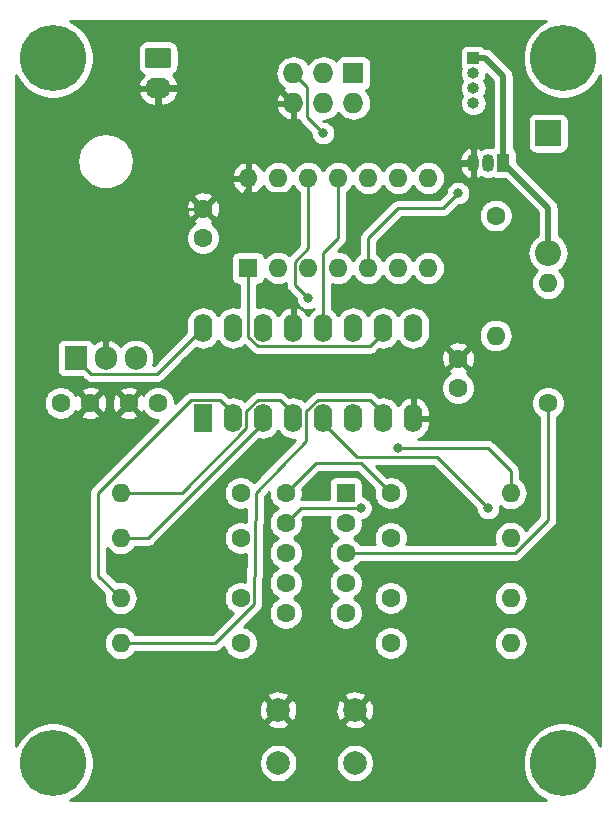
<source format=gtl>
G04 #@! TF.GenerationSoftware,KiCad,Pcbnew,5.1.2-f72e74a~84~ubuntu18.04.1*
G04 #@! TF.CreationDate,2019-06-13T20:11:50+02:00*
G04 #@! TF.ProjectId,cpu_luefter_ansteuerung,6370755f-6c75-4656-9674-65725f616e73,rev?*
G04 #@! TF.SameCoordinates,Original*
G04 #@! TF.FileFunction,Copper,L1,Top*
G04 #@! TF.FilePolarity,Positive*
%FSLAX46Y46*%
G04 Gerber Fmt 4.6, Leading zero omitted, Abs format (unit mm)*
G04 Created by KiCad (PCBNEW 5.1.2-f72e74a~84~ubuntu18.04.1) date 2019-06-13 20:11:50*
%MOMM*%
%LPD*%
G04 APERTURE LIST*
%ADD10R,1.600000X1.600000*%
%ADD11C,1.600000*%
%ADD12C,2.000000*%
%ADD13C,5.600000*%
%ADD14R,2.200000X2.200000*%
%ADD15O,2.200000X2.200000*%
%ADD16C,0.100000*%
%ADD17C,1.740000*%
%ADD18O,2.200000X1.740000*%
%ADD19R,1.727200X1.727200*%
%ADD20O,1.727200X1.727200*%
%ADD21R,1.000000X1.000000*%
%ADD22O,1.000000X1.000000*%
%ADD23O,1.050000X1.500000*%
%ADD24R,1.050000X1.500000*%
%ADD25O,1.600000X1.600000*%
%ADD26R,1.905000X2.000000*%
%ADD27O,1.905000X2.000000*%
%ADD28R,1.600000X2.400000*%
%ADD29O,1.600000X2.400000*%
%ADD30C,0.800000*%
%ADD31C,0.250000*%
%ADD32C,0.500000*%
%ADD33C,0.254000*%
G04 APERTURE END LIST*
D10*
X130175000Y-113030000D03*
D11*
X130175000Y-115570000D03*
X130175000Y-118110000D03*
X130175000Y-120650000D03*
X130175000Y-123190000D03*
X125095000Y-123190000D03*
X125095000Y-120650000D03*
X125095000Y-118110000D03*
X125095000Y-115570000D03*
X125095000Y-113030000D03*
D12*
X124460000Y-131390000D03*
X124460000Y-135890000D03*
X130960000Y-131390000D03*
X130960000Y-135890000D03*
D13*
X148590000Y-135890000D03*
X105410000Y-135890000D03*
X148590000Y-76200000D03*
X105410000Y-76200000D03*
D11*
X118110000Y-91440000D03*
X118110000Y-88940000D03*
X139700000Y-101640000D03*
X139700000Y-104140000D03*
X111800000Y-105410000D03*
X114300000Y-105410000D03*
X106045000Y-105410000D03*
X108545000Y-105410000D03*
D14*
X147320000Y-82550000D03*
D15*
X147320000Y-92710000D03*
D16*
G36*
X115174505Y-75331204D02*
G01*
X115198773Y-75334804D01*
X115222572Y-75340765D01*
X115245671Y-75349030D01*
X115267850Y-75359520D01*
X115288893Y-75372132D01*
X115308599Y-75386747D01*
X115326777Y-75403223D01*
X115343253Y-75421401D01*
X115357868Y-75441107D01*
X115370480Y-75462150D01*
X115380970Y-75484329D01*
X115389235Y-75507428D01*
X115395196Y-75531227D01*
X115398796Y-75555495D01*
X115400000Y-75579999D01*
X115400000Y-76820001D01*
X115398796Y-76844505D01*
X115395196Y-76868773D01*
X115389235Y-76892572D01*
X115380970Y-76915671D01*
X115370480Y-76937850D01*
X115357868Y-76958893D01*
X115343253Y-76978599D01*
X115326777Y-76996777D01*
X115308599Y-77013253D01*
X115288893Y-77027868D01*
X115267850Y-77040480D01*
X115245671Y-77050970D01*
X115222572Y-77059235D01*
X115198773Y-77065196D01*
X115174505Y-77068796D01*
X115150001Y-77070000D01*
X113449999Y-77070000D01*
X113425495Y-77068796D01*
X113401227Y-77065196D01*
X113377428Y-77059235D01*
X113354329Y-77050970D01*
X113332150Y-77040480D01*
X113311107Y-77027868D01*
X113291401Y-77013253D01*
X113273223Y-76996777D01*
X113256747Y-76978599D01*
X113242132Y-76958893D01*
X113229520Y-76937850D01*
X113219030Y-76915671D01*
X113210765Y-76892572D01*
X113204804Y-76868773D01*
X113201204Y-76844505D01*
X113200000Y-76820001D01*
X113200000Y-75579999D01*
X113201204Y-75555495D01*
X113204804Y-75531227D01*
X113210765Y-75507428D01*
X113219030Y-75484329D01*
X113229520Y-75462150D01*
X113242132Y-75441107D01*
X113256747Y-75421401D01*
X113273223Y-75403223D01*
X113291401Y-75386747D01*
X113311107Y-75372132D01*
X113332150Y-75359520D01*
X113354329Y-75349030D01*
X113377428Y-75340765D01*
X113401227Y-75334804D01*
X113425495Y-75331204D01*
X113449999Y-75330000D01*
X115150001Y-75330000D01*
X115174505Y-75331204D01*
X115174505Y-75331204D01*
G37*
D17*
X114300000Y-76200000D03*
D18*
X114300000Y-78740000D03*
D19*
X130810000Y-77470000D03*
D20*
X130810000Y-80010000D03*
X128270000Y-77470000D03*
X128270000Y-80010000D03*
X125730000Y-77470000D03*
X125730000Y-80010000D03*
D21*
X140970000Y-76200000D03*
D22*
X140970000Y-77470000D03*
X140970000Y-78740000D03*
X140970000Y-80010000D03*
D23*
X142240000Y-85090000D03*
X140970000Y-85090000D03*
D24*
X143510000Y-85090000D03*
D11*
X147320000Y-105410000D03*
D25*
X147320000Y-95250000D03*
X142875000Y-99695000D03*
D11*
X142875000Y-89535000D03*
D25*
X144145000Y-121920000D03*
D11*
X133985000Y-121920000D03*
X133985000Y-125730000D03*
D25*
X144145000Y-125730000D03*
X111125000Y-121920000D03*
D11*
X121285000Y-121920000D03*
X121285000Y-116840000D03*
D25*
X111125000Y-116840000D03*
D11*
X121285000Y-113030000D03*
D25*
X111125000Y-113030000D03*
X144145000Y-116840000D03*
D11*
X133985000Y-116840000D03*
X133985000Y-113030000D03*
D25*
X144145000Y-113030000D03*
X111125000Y-125730000D03*
D11*
X121285000Y-125730000D03*
D26*
X107315000Y-101600000D03*
D27*
X109855000Y-101600000D03*
X112395000Y-101600000D03*
D10*
X121920000Y-93980000D03*
D25*
X137160000Y-86360000D03*
X124460000Y-93980000D03*
X134620000Y-86360000D03*
X127000000Y-93980000D03*
X132080000Y-86360000D03*
X129540000Y-93980000D03*
X129540000Y-86360000D03*
X132080000Y-93980000D03*
X127000000Y-86360000D03*
X134620000Y-93980000D03*
X124460000Y-86360000D03*
X137160000Y-93980000D03*
X121920000Y-86360000D03*
D28*
X118110000Y-106680000D03*
D29*
X135890000Y-99060000D03*
X120650000Y-106680000D03*
X133350000Y-99060000D03*
X123190000Y-106680000D03*
X130810000Y-99060000D03*
X125730000Y-106680000D03*
X128270000Y-99060000D03*
X128270000Y-106680000D03*
X125730000Y-99060000D03*
X130810000Y-106680000D03*
X123190000Y-99060000D03*
X133350000Y-106680000D03*
X120650000Y-99060000D03*
X135890000Y-106680000D03*
X118110000Y-99060000D03*
D30*
X125730000Y-87630000D03*
X121920000Y-87630000D03*
X128270000Y-82550000D03*
X139700000Y-87630000D03*
X142240000Y-114300000D03*
X131445000Y-114300000D03*
X134620000Y-109220000D03*
X127000000Y-96520000D03*
D31*
X108592510Y-102925010D02*
X114244990Y-102925010D01*
X107315000Y-101600000D02*
X107315000Y-101647500D01*
X107315000Y-101647500D02*
X108592510Y-102925010D01*
X114244990Y-102925010D02*
X118110000Y-99060000D01*
X121920000Y-99781004D02*
X122724006Y-100585010D01*
X121920000Y-93980000D02*
X121920000Y-99781004D01*
X133350000Y-99460000D02*
X133350000Y-99060000D01*
X132224990Y-100585010D02*
X133350000Y-99460000D01*
X122724006Y-100585010D02*
X132224990Y-100585010D01*
X147320000Y-106541370D02*
X147320000Y-105410000D01*
X147320000Y-115330002D02*
X147320000Y-106541370D01*
X144540002Y-118110000D02*
X147320000Y-115330002D01*
X130175000Y-118110000D02*
X144540002Y-118110000D01*
D32*
X109855000Y-92075000D02*
X109855000Y-101600000D01*
X114300000Y-87630000D02*
X109855000Y-92075000D01*
D31*
X115610000Y-88940000D02*
X114300000Y-87630000D01*
X118110000Y-88940000D02*
X115610000Y-88940000D01*
D32*
X115570000Y-83820000D02*
X114300000Y-82550000D01*
X138430000Y-83820000D02*
X115570000Y-83820000D01*
X139700000Y-85090000D02*
X138430000Y-83820000D01*
X140970000Y-85090000D02*
X139700000Y-85090000D01*
X114300000Y-78740000D02*
X114300000Y-82550000D01*
X114300000Y-82550000D02*
X114300000Y-87630000D01*
X124460000Y-78740000D02*
X125730000Y-80010000D01*
X114300000Y-78740000D02*
X124460000Y-78740000D01*
D31*
X125730000Y-87630000D02*
X121920000Y-87630000D01*
D32*
X143510000Y-83840000D02*
X143510000Y-85090000D01*
X143510000Y-77740000D02*
X143510000Y-83840000D01*
X141970000Y-76200000D02*
X143510000Y-77740000D01*
X140970000Y-76200000D02*
X141970000Y-76200000D01*
X143510000Y-85090000D02*
X147320000Y-88900000D01*
X147320000Y-88900000D02*
X147320000Y-92710000D01*
D31*
X126918601Y-81198601D02*
X128270000Y-82550000D01*
X125730000Y-77470000D02*
X126918601Y-78658601D01*
X126918601Y-78658601D02*
X126918601Y-81198601D01*
X132080000Y-93980000D02*
X132080000Y-91440000D01*
X132080000Y-91440000D02*
X134620000Y-88900000D01*
X134620000Y-88900000D02*
X136285002Y-88900000D01*
X136285002Y-88900000D02*
X138430000Y-88900000D01*
X138430000Y-88900000D02*
X139700000Y-87630000D01*
X117049999Y-105154999D02*
X109220000Y-112984998D01*
X119524999Y-105154999D02*
X117049999Y-105154999D01*
X120650000Y-106680000D02*
X120650000Y-106280000D01*
X120650000Y-106280000D02*
X119524999Y-105154999D01*
X109220000Y-120015000D02*
X111125000Y-121920000D01*
X109220000Y-112984998D02*
X109220000Y-120015000D01*
X123190000Y-107080000D02*
X123190000Y-106680000D01*
X113430000Y-116840000D02*
X123190000Y-107080000D01*
X111125000Y-116840000D02*
X113430000Y-116840000D01*
X116291004Y-113030000D02*
X112256370Y-113030000D01*
X121775010Y-107545994D02*
X116291004Y-113030000D01*
X112256370Y-113030000D02*
X111125000Y-113030000D01*
X121775010Y-106103986D02*
X121775010Y-107545994D01*
X122724006Y-105154990D02*
X121775010Y-106103986D01*
X124604990Y-105154990D02*
X122724006Y-105154990D01*
X125730000Y-106280000D02*
X124604990Y-105154990D01*
X125730000Y-106680000D02*
X125730000Y-106280000D01*
X137885001Y-109945001D02*
X142240000Y-114300000D01*
X131135001Y-109945001D02*
X137885001Y-109945001D01*
X128270000Y-106680000D02*
X128270000Y-107080000D01*
X128270000Y-107080000D02*
X131135001Y-109945001D01*
X126365000Y-114300000D02*
X125095000Y-115570000D01*
X131445000Y-114300000D02*
X126365000Y-114300000D01*
X125095000Y-113030000D02*
X127635000Y-110490000D01*
X131445000Y-110490000D02*
X133985000Y-113030000D01*
X127635000Y-110490000D02*
X131445000Y-110490000D01*
X134620000Y-109220000D02*
X142240000Y-109220000D01*
X144145000Y-111125000D02*
X144145000Y-113030000D01*
X142240000Y-109220000D02*
X144145000Y-111125000D01*
X119140002Y-125730000D02*
X111125000Y-125730000D01*
X122410001Y-122460001D02*
X119140002Y-125730000D01*
X122555000Y-113030000D02*
X122410001Y-122460001D01*
X133350000Y-106280000D02*
X132224990Y-105154990D01*
X133350000Y-106680000D02*
X133350000Y-106280000D01*
X132224990Y-105154990D02*
X127804006Y-105154990D01*
X127804006Y-105154990D02*
X126855010Y-106103986D01*
X126855010Y-106103986D02*
X126855010Y-108585000D01*
X126855010Y-108585000D02*
X122555000Y-113030000D01*
X129540000Y-86360000D02*
X129540000Y-91440000D01*
X128270000Y-92710000D02*
X128270000Y-99060000D01*
X129540000Y-91440000D02*
X128270000Y-92710000D01*
X125874999Y-93439999D02*
X125874999Y-95394999D01*
X127000000Y-86360000D02*
X127000000Y-92314998D01*
X127000000Y-92314998D02*
X125874999Y-93439999D01*
X125874999Y-95394999D02*
X127000000Y-96520000D01*
D33*
G36*
X146962918Y-73155943D02*
G01*
X146400315Y-73531862D01*
X145921862Y-74010315D01*
X145545943Y-74572918D01*
X145287006Y-75198048D01*
X145155000Y-75861682D01*
X145155000Y-76538318D01*
X145287006Y-77201952D01*
X145545943Y-77827082D01*
X145921862Y-78389685D01*
X146400315Y-78868138D01*
X146962918Y-79244057D01*
X147588048Y-79502994D01*
X148251682Y-79635000D01*
X148928318Y-79635000D01*
X149591952Y-79502994D01*
X150217082Y-79244057D01*
X150779685Y-78868138D01*
X151258138Y-78389685D01*
X151634057Y-77827082D01*
X151715000Y-77631668D01*
X151715001Y-134458334D01*
X151634057Y-134262918D01*
X151258138Y-133700315D01*
X150779685Y-133221862D01*
X150217082Y-132845943D01*
X149591952Y-132587006D01*
X148928318Y-132455000D01*
X148251682Y-132455000D01*
X147588048Y-132587006D01*
X146962918Y-132845943D01*
X146400315Y-133221862D01*
X145921862Y-133700315D01*
X145545943Y-134262918D01*
X145287006Y-134888048D01*
X145155000Y-135551682D01*
X145155000Y-136228318D01*
X145287006Y-136891952D01*
X145545943Y-137517082D01*
X145921862Y-138079685D01*
X146400315Y-138558138D01*
X146962918Y-138934057D01*
X147158332Y-139015000D01*
X106841668Y-139015000D01*
X107037082Y-138934057D01*
X107599685Y-138558138D01*
X108078138Y-138079685D01*
X108454057Y-137517082D01*
X108712994Y-136891952D01*
X108845000Y-136228318D01*
X108845000Y-135728967D01*
X122825000Y-135728967D01*
X122825000Y-136051033D01*
X122887832Y-136366912D01*
X123011082Y-136664463D01*
X123190013Y-136932252D01*
X123417748Y-137159987D01*
X123685537Y-137338918D01*
X123983088Y-137462168D01*
X124298967Y-137525000D01*
X124621033Y-137525000D01*
X124936912Y-137462168D01*
X125234463Y-137338918D01*
X125502252Y-137159987D01*
X125729987Y-136932252D01*
X125908918Y-136664463D01*
X126032168Y-136366912D01*
X126095000Y-136051033D01*
X126095000Y-135728967D01*
X129325000Y-135728967D01*
X129325000Y-136051033D01*
X129387832Y-136366912D01*
X129511082Y-136664463D01*
X129690013Y-136932252D01*
X129917748Y-137159987D01*
X130185537Y-137338918D01*
X130483088Y-137462168D01*
X130798967Y-137525000D01*
X131121033Y-137525000D01*
X131436912Y-137462168D01*
X131734463Y-137338918D01*
X132002252Y-137159987D01*
X132229987Y-136932252D01*
X132408918Y-136664463D01*
X132532168Y-136366912D01*
X132595000Y-136051033D01*
X132595000Y-135728967D01*
X132532168Y-135413088D01*
X132408918Y-135115537D01*
X132229987Y-134847748D01*
X132002252Y-134620013D01*
X131734463Y-134441082D01*
X131436912Y-134317832D01*
X131121033Y-134255000D01*
X130798967Y-134255000D01*
X130483088Y-134317832D01*
X130185537Y-134441082D01*
X129917748Y-134620013D01*
X129690013Y-134847748D01*
X129511082Y-135115537D01*
X129387832Y-135413088D01*
X129325000Y-135728967D01*
X126095000Y-135728967D01*
X126032168Y-135413088D01*
X125908918Y-135115537D01*
X125729987Y-134847748D01*
X125502252Y-134620013D01*
X125234463Y-134441082D01*
X124936912Y-134317832D01*
X124621033Y-134255000D01*
X124298967Y-134255000D01*
X123983088Y-134317832D01*
X123685537Y-134441082D01*
X123417748Y-134620013D01*
X123190013Y-134847748D01*
X123011082Y-135115537D01*
X122887832Y-135413088D01*
X122825000Y-135728967D01*
X108845000Y-135728967D01*
X108845000Y-135551682D01*
X108712994Y-134888048D01*
X108454057Y-134262918D01*
X108078138Y-133700315D01*
X107599685Y-133221862D01*
X107037082Y-132845943D01*
X106411952Y-132587006D01*
X106102306Y-132525413D01*
X123504192Y-132525413D01*
X123599956Y-132789814D01*
X123889571Y-132930704D01*
X124201108Y-133012384D01*
X124522595Y-133031718D01*
X124841675Y-132987961D01*
X125146088Y-132882795D01*
X125320044Y-132789814D01*
X125415808Y-132525413D01*
X130004192Y-132525413D01*
X130099956Y-132789814D01*
X130389571Y-132930704D01*
X130701108Y-133012384D01*
X131022595Y-133031718D01*
X131341675Y-132987961D01*
X131646088Y-132882795D01*
X131820044Y-132789814D01*
X131915808Y-132525413D01*
X130960000Y-131569605D01*
X130004192Y-132525413D01*
X125415808Y-132525413D01*
X124460000Y-131569605D01*
X123504192Y-132525413D01*
X106102306Y-132525413D01*
X105748318Y-132455000D01*
X105071682Y-132455000D01*
X104408048Y-132587006D01*
X103782918Y-132845943D01*
X103220315Y-133221862D01*
X102741862Y-133700315D01*
X102365943Y-134262918D01*
X102285000Y-134458332D01*
X102285000Y-131452595D01*
X122818282Y-131452595D01*
X122862039Y-131771675D01*
X122967205Y-132076088D01*
X123060186Y-132250044D01*
X123324587Y-132345808D01*
X124280395Y-131390000D01*
X124639605Y-131390000D01*
X125595413Y-132345808D01*
X125859814Y-132250044D01*
X126000704Y-131960429D01*
X126082384Y-131648892D01*
X126094189Y-131452595D01*
X129318282Y-131452595D01*
X129362039Y-131771675D01*
X129467205Y-132076088D01*
X129560186Y-132250044D01*
X129824587Y-132345808D01*
X130780395Y-131390000D01*
X131139605Y-131390000D01*
X132095413Y-132345808D01*
X132359814Y-132250044D01*
X132500704Y-131960429D01*
X132582384Y-131648892D01*
X132601718Y-131327405D01*
X132557961Y-131008325D01*
X132452795Y-130703912D01*
X132359814Y-130529956D01*
X132095413Y-130434192D01*
X131139605Y-131390000D01*
X130780395Y-131390000D01*
X129824587Y-130434192D01*
X129560186Y-130529956D01*
X129419296Y-130819571D01*
X129337616Y-131131108D01*
X129318282Y-131452595D01*
X126094189Y-131452595D01*
X126101718Y-131327405D01*
X126057961Y-131008325D01*
X125952795Y-130703912D01*
X125859814Y-130529956D01*
X125595413Y-130434192D01*
X124639605Y-131390000D01*
X124280395Y-131390000D01*
X123324587Y-130434192D01*
X123060186Y-130529956D01*
X122919296Y-130819571D01*
X122837616Y-131131108D01*
X122818282Y-131452595D01*
X102285000Y-131452595D01*
X102285000Y-130254587D01*
X123504192Y-130254587D01*
X124460000Y-131210395D01*
X125415808Y-130254587D01*
X130004192Y-130254587D01*
X130960000Y-131210395D01*
X131915808Y-130254587D01*
X131820044Y-129990186D01*
X131530429Y-129849296D01*
X131218892Y-129767616D01*
X130897405Y-129748282D01*
X130578325Y-129792039D01*
X130273912Y-129897205D01*
X130099956Y-129990186D01*
X130004192Y-130254587D01*
X125415808Y-130254587D01*
X125320044Y-129990186D01*
X125030429Y-129849296D01*
X124718892Y-129767616D01*
X124397405Y-129748282D01*
X124078325Y-129792039D01*
X123773912Y-129897205D01*
X123599956Y-129990186D01*
X123504192Y-130254587D01*
X102285000Y-130254587D01*
X102285000Y-112984998D01*
X108456324Y-112984998D01*
X108460000Y-113022321D01*
X108460001Y-119977668D01*
X108456324Y-120015000D01*
X108470998Y-120163985D01*
X108514454Y-120307246D01*
X108585026Y-120439276D01*
X108639592Y-120505764D01*
X108680000Y-120555001D01*
X108708998Y-120578799D01*
X109724292Y-121594094D01*
X109710764Y-121638691D01*
X109683057Y-121920000D01*
X109710764Y-122201309D01*
X109792818Y-122471808D01*
X109926068Y-122721101D01*
X110105392Y-122939608D01*
X110323899Y-123118932D01*
X110573192Y-123252182D01*
X110843691Y-123334236D01*
X111054508Y-123355000D01*
X111195492Y-123355000D01*
X111406309Y-123334236D01*
X111676808Y-123252182D01*
X111926101Y-123118932D01*
X112144608Y-122939608D01*
X112323932Y-122721101D01*
X112457182Y-122471808D01*
X112539236Y-122201309D01*
X112566943Y-121920000D01*
X112539236Y-121638691D01*
X112457182Y-121368192D01*
X112323932Y-121118899D01*
X112144608Y-120900392D01*
X111926101Y-120721068D01*
X111676808Y-120587818D01*
X111406309Y-120505764D01*
X111195492Y-120485000D01*
X111054508Y-120485000D01*
X110843691Y-120505764D01*
X110799094Y-120519292D01*
X109980000Y-119700199D01*
X109980000Y-117706817D01*
X110105392Y-117859608D01*
X110323899Y-118038932D01*
X110573192Y-118172182D01*
X110843691Y-118254236D01*
X111054508Y-118275000D01*
X111195492Y-118275000D01*
X111406309Y-118254236D01*
X111676808Y-118172182D01*
X111926101Y-118038932D01*
X112144608Y-117859608D01*
X112323932Y-117641101D01*
X112345901Y-117600000D01*
X113392678Y-117600000D01*
X113430000Y-117603676D01*
X113467322Y-117600000D01*
X113467333Y-117600000D01*
X113578986Y-117589003D01*
X113722247Y-117545546D01*
X113854276Y-117474974D01*
X113970001Y-117380001D01*
X113993804Y-117350997D01*
X122864094Y-108480708D01*
X122908692Y-108494236D01*
X123190000Y-108521943D01*
X123471309Y-108494236D01*
X123741808Y-108412182D01*
X123991101Y-108278932D01*
X124209608Y-108099608D01*
X124388932Y-107881101D01*
X124460000Y-107748142D01*
X124531068Y-107881101D01*
X124710393Y-108099608D01*
X124928900Y-108278932D01*
X125178193Y-108412182D01*
X125448692Y-108494236D01*
X125730000Y-108521943D01*
X125872134Y-108507944D01*
X122390928Y-112106532D01*
X122199759Y-111915363D01*
X121964727Y-111758320D01*
X121703574Y-111650147D01*
X121426335Y-111595000D01*
X121143665Y-111595000D01*
X120866426Y-111650147D01*
X120605273Y-111758320D01*
X120370241Y-111915363D01*
X120170363Y-112115241D01*
X120013320Y-112350273D01*
X119905147Y-112611426D01*
X119850000Y-112888665D01*
X119850000Y-113171335D01*
X119905147Y-113448574D01*
X120013320Y-113709727D01*
X120170363Y-113944759D01*
X120370241Y-114144637D01*
X120605273Y-114301680D01*
X120866426Y-114409853D01*
X121143665Y-114465000D01*
X121426335Y-114465000D01*
X121703574Y-114409853D01*
X121774143Y-114380623D01*
X121757202Y-115482360D01*
X121703574Y-115460147D01*
X121426335Y-115405000D01*
X121143665Y-115405000D01*
X120866426Y-115460147D01*
X120605273Y-115568320D01*
X120370241Y-115725363D01*
X120170363Y-115925241D01*
X120013320Y-116160273D01*
X119905147Y-116421426D01*
X119850000Y-116698665D01*
X119850000Y-116981335D01*
X119905147Y-117258574D01*
X120013320Y-117519727D01*
X120170363Y-117754759D01*
X120370241Y-117954637D01*
X120605273Y-118111680D01*
X120866426Y-118219853D01*
X121143665Y-118275000D01*
X121426335Y-118275000D01*
X121703574Y-118219853D01*
X121715183Y-118215044D01*
X121679505Y-120535359D01*
X121426335Y-120485000D01*
X121143665Y-120485000D01*
X120866426Y-120540147D01*
X120605273Y-120648320D01*
X120370241Y-120805363D01*
X120170363Y-121005241D01*
X120013320Y-121240273D01*
X119905147Y-121501426D01*
X119850000Y-121778665D01*
X119850000Y-122061335D01*
X119905147Y-122338574D01*
X120013320Y-122599727D01*
X120170363Y-122834759D01*
X120370241Y-123034637D01*
X120604222Y-123190978D01*
X118825201Y-124970000D01*
X112345901Y-124970000D01*
X112323932Y-124928899D01*
X112144608Y-124710392D01*
X111926101Y-124531068D01*
X111676808Y-124397818D01*
X111406309Y-124315764D01*
X111195492Y-124295000D01*
X111054508Y-124295000D01*
X110843691Y-124315764D01*
X110573192Y-124397818D01*
X110323899Y-124531068D01*
X110105392Y-124710392D01*
X109926068Y-124928899D01*
X109792818Y-125178192D01*
X109710764Y-125448691D01*
X109683057Y-125730000D01*
X109710764Y-126011309D01*
X109792818Y-126281808D01*
X109926068Y-126531101D01*
X110105392Y-126749608D01*
X110323899Y-126928932D01*
X110573192Y-127062182D01*
X110843691Y-127144236D01*
X111054508Y-127165000D01*
X111195492Y-127165000D01*
X111406309Y-127144236D01*
X111676808Y-127062182D01*
X111926101Y-126928932D01*
X112144608Y-126749608D01*
X112323932Y-126531101D01*
X112345901Y-126490000D01*
X119102680Y-126490000D01*
X119140002Y-126493676D01*
X119177324Y-126490000D01*
X119177335Y-126490000D01*
X119288988Y-126479003D01*
X119432249Y-126435546D01*
X119564278Y-126364974D01*
X119680003Y-126270001D01*
X119703806Y-126240997D01*
X119887076Y-126057727D01*
X119905147Y-126148574D01*
X120013320Y-126409727D01*
X120170363Y-126644759D01*
X120370241Y-126844637D01*
X120605273Y-127001680D01*
X120866426Y-127109853D01*
X121143665Y-127165000D01*
X121426335Y-127165000D01*
X121703574Y-127109853D01*
X121964727Y-127001680D01*
X122199759Y-126844637D01*
X122399637Y-126644759D01*
X122556680Y-126409727D01*
X122664853Y-126148574D01*
X122720000Y-125871335D01*
X122720000Y-125588665D01*
X132550000Y-125588665D01*
X132550000Y-125871335D01*
X132605147Y-126148574D01*
X132713320Y-126409727D01*
X132870363Y-126644759D01*
X133070241Y-126844637D01*
X133305273Y-127001680D01*
X133566426Y-127109853D01*
X133843665Y-127165000D01*
X134126335Y-127165000D01*
X134403574Y-127109853D01*
X134664727Y-127001680D01*
X134899759Y-126844637D01*
X135099637Y-126644759D01*
X135256680Y-126409727D01*
X135364853Y-126148574D01*
X135420000Y-125871335D01*
X135420000Y-125730000D01*
X142703057Y-125730000D01*
X142730764Y-126011309D01*
X142812818Y-126281808D01*
X142946068Y-126531101D01*
X143125392Y-126749608D01*
X143343899Y-126928932D01*
X143593192Y-127062182D01*
X143863691Y-127144236D01*
X144074508Y-127165000D01*
X144215492Y-127165000D01*
X144426309Y-127144236D01*
X144696808Y-127062182D01*
X144946101Y-126928932D01*
X145164608Y-126749608D01*
X145343932Y-126531101D01*
X145477182Y-126281808D01*
X145559236Y-126011309D01*
X145586943Y-125730000D01*
X145559236Y-125448691D01*
X145477182Y-125178192D01*
X145343932Y-124928899D01*
X145164608Y-124710392D01*
X144946101Y-124531068D01*
X144696808Y-124397818D01*
X144426309Y-124315764D01*
X144215492Y-124295000D01*
X144074508Y-124295000D01*
X143863691Y-124315764D01*
X143593192Y-124397818D01*
X143343899Y-124531068D01*
X143125392Y-124710392D01*
X142946068Y-124928899D01*
X142812818Y-125178192D01*
X142730764Y-125448691D01*
X142703057Y-125730000D01*
X135420000Y-125730000D01*
X135420000Y-125588665D01*
X135364853Y-125311426D01*
X135256680Y-125050273D01*
X135099637Y-124815241D01*
X134899759Y-124615363D01*
X134664727Y-124458320D01*
X134403574Y-124350147D01*
X134126335Y-124295000D01*
X133843665Y-124295000D01*
X133566426Y-124350147D01*
X133305273Y-124458320D01*
X133070241Y-124615363D01*
X132870363Y-124815241D01*
X132713320Y-125050273D01*
X132605147Y-125311426D01*
X132550000Y-125588665D01*
X122720000Y-125588665D01*
X122664853Y-125311426D01*
X122556680Y-125050273D01*
X122399637Y-124815241D01*
X122199759Y-124615363D01*
X121964727Y-124458320D01*
X121703574Y-124350147D01*
X121612727Y-124332076D01*
X122916866Y-123027938D01*
X122941635Y-123008240D01*
X122969652Y-122975152D01*
X122973800Y-122971004D01*
X122993827Y-122946601D01*
X123038376Y-122893989D01*
X123041231Y-122888841D01*
X123044975Y-122884278D01*
X123077539Y-122823355D01*
X123110970Y-122763060D01*
X123112766Y-122757450D01*
X123115547Y-122752248D01*
X123135589Y-122686174D01*
X123156624Y-122620484D01*
X123157292Y-122614628D01*
X123159003Y-122608987D01*
X123165764Y-122540346D01*
X123169337Y-122509014D01*
X123169427Y-122503150D01*
X123173677Y-122460001D01*
X123170575Y-122428505D01*
X123310287Y-113342317D01*
X123660000Y-112980812D01*
X123660000Y-113171335D01*
X123715147Y-113448574D01*
X123823320Y-113709727D01*
X123980363Y-113944759D01*
X124180241Y-114144637D01*
X124412759Y-114300000D01*
X124180241Y-114455363D01*
X123980363Y-114655241D01*
X123823320Y-114890273D01*
X123715147Y-115151426D01*
X123660000Y-115428665D01*
X123660000Y-115711335D01*
X123715147Y-115988574D01*
X123823320Y-116249727D01*
X123980363Y-116484759D01*
X124180241Y-116684637D01*
X124412759Y-116840000D01*
X124180241Y-116995363D01*
X123980363Y-117195241D01*
X123823320Y-117430273D01*
X123715147Y-117691426D01*
X123660000Y-117968665D01*
X123660000Y-118251335D01*
X123715147Y-118528574D01*
X123823320Y-118789727D01*
X123980363Y-119024759D01*
X124180241Y-119224637D01*
X124412759Y-119380000D01*
X124180241Y-119535363D01*
X123980363Y-119735241D01*
X123823320Y-119970273D01*
X123715147Y-120231426D01*
X123660000Y-120508665D01*
X123660000Y-120791335D01*
X123715147Y-121068574D01*
X123823320Y-121329727D01*
X123980363Y-121564759D01*
X124180241Y-121764637D01*
X124412759Y-121920000D01*
X124180241Y-122075363D01*
X123980363Y-122275241D01*
X123823320Y-122510273D01*
X123715147Y-122771426D01*
X123660000Y-123048665D01*
X123660000Y-123331335D01*
X123715147Y-123608574D01*
X123823320Y-123869727D01*
X123980363Y-124104759D01*
X124180241Y-124304637D01*
X124415273Y-124461680D01*
X124676426Y-124569853D01*
X124953665Y-124625000D01*
X125236335Y-124625000D01*
X125513574Y-124569853D01*
X125774727Y-124461680D01*
X126009759Y-124304637D01*
X126209637Y-124104759D01*
X126366680Y-123869727D01*
X126474853Y-123608574D01*
X126530000Y-123331335D01*
X126530000Y-123048665D01*
X126474853Y-122771426D01*
X126366680Y-122510273D01*
X126209637Y-122275241D01*
X126009759Y-122075363D01*
X125777241Y-121920000D01*
X126009759Y-121764637D01*
X126209637Y-121564759D01*
X126366680Y-121329727D01*
X126474853Y-121068574D01*
X126530000Y-120791335D01*
X126530000Y-120508665D01*
X126474853Y-120231426D01*
X126366680Y-119970273D01*
X126209637Y-119735241D01*
X126009759Y-119535363D01*
X125777241Y-119380000D01*
X126009759Y-119224637D01*
X126209637Y-119024759D01*
X126366680Y-118789727D01*
X126474853Y-118528574D01*
X126530000Y-118251335D01*
X126530000Y-117968665D01*
X126474853Y-117691426D01*
X126366680Y-117430273D01*
X126209637Y-117195241D01*
X126009759Y-116995363D01*
X125777241Y-116840000D01*
X126009759Y-116684637D01*
X126209637Y-116484759D01*
X126366680Y-116249727D01*
X126474853Y-115988574D01*
X126530000Y-115711335D01*
X126530000Y-115428665D01*
X126493688Y-115246114D01*
X126679802Y-115060000D01*
X128833017Y-115060000D01*
X128795147Y-115151426D01*
X128740000Y-115428665D01*
X128740000Y-115711335D01*
X128795147Y-115988574D01*
X128903320Y-116249727D01*
X129060363Y-116484759D01*
X129260241Y-116684637D01*
X129492759Y-116840000D01*
X129260241Y-116995363D01*
X129060363Y-117195241D01*
X128903320Y-117430273D01*
X128795147Y-117691426D01*
X128740000Y-117968665D01*
X128740000Y-118251335D01*
X128795147Y-118528574D01*
X128903320Y-118789727D01*
X129060363Y-119024759D01*
X129260241Y-119224637D01*
X129492759Y-119380000D01*
X129260241Y-119535363D01*
X129060363Y-119735241D01*
X128903320Y-119970273D01*
X128795147Y-120231426D01*
X128740000Y-120508665D01*
X128740000Y-120791335D01*
X128795147Y-121068574D01*
X128903320Y-121329727D01*
X129060363Y-121564759D01*
X129260241Y-121764637D01*
X129492759Y-121920000D01*
X129260241Y-122075363D01*
X129060363Y-122275241D01*
X128903320Y-122510273D01*
X128795147Y-122771426D01*
X128740000Y-123048665D01*
X128740000Y-123331335D01*
X128795147Y-123608574D01*
X128903320Y-123869727D01*
X129060363Y-124104759D01*
X129260241Y-124304637D01*
X129495273Y-124461680D01*
X129756426Y-124569853D01*
X130033665Y-124625000D01*
X130316335Y-124625000D01*
X130593574Y-124569853D01*
X130854727Y-124461680D01*
X131089759Y-124304637D01*
X131289637Y-124104759D01*
X131446680Y-123869727D01*
X131554853Y-123608574D01*
X131610000Y-123331335D01*
X131610000Y-123048665D01*
X131554853Y-122771426D01*
X131446680Y-122510273D01*
X131289637Y-122275241D01*
X131089759Y-122075363D01*
X130857241Y-121920000D01*
X131068764Y-121778665D01*
X132550000Y-121778665D01*
X132550000Y-122061335D01*
X132605147Y-122338574D01*
X132713320Y-122599727D01*
X132870363Y-122834759D01*
X133070241Y-123034637D01*
X133305273Y-123191680D01*
X133566426Y-123299853D01*
X133843665Y-123355000D01*
X134126335Y-123355000D01*
X134403574Y-123299853D01*
X134664727Y-123191680D01*
X134899759Y-123034637D01*
X135099637Y-122834759D01*
X135256680Y-122599727D01*
X135364853Y-122338574D01*
X135420000Y-122061335D01*
X135420000Y-121920000D01*
X142703057Y-121920000D01*
X142730764Y-122201309D01*
X142812818Y-122471808D01*
X142946068Y-122721101D01*
X143125392Y-122939608D01*
X143343899Y-123118932D01*
X143593192Y-123252182D01*
X143863691Y-123334236D01*
X144074508Y-123355000D01*
X144215492Y-123355000D01*
X144426309Y-123334236D01*
X144696808Y-123252182D01*
X144946101Y-123118932D01*
X145164608Y-122939608D01*
X145343932Y-122721101D01*
X145477182Y-122471808D01*
X145559236Y-122201309D01*
X145586943Y-121920000D01*
X145559236Y-121638691D01*
X145477182Y-121368192D01*
X145343932Y-121118899D01*
X145164608Y-120900392D01*
X144946101Y-120721068D01*
X144696808Y-120587818D01*
X144426309Y-120505764D01*
X144215492Y-120485000D01*
X144074508Y-120485000D01*
X143863691Y-120505764D01*
X143593192Y-120587818D01*
X143343899Y-120721068D01*
X143125392Y-120900392D01*
X142946068Y-121118899D01*
X142812818Y-121368192D01*
X142730764Y-121638691D01*
X142703057Y-121920000D01*
X135420000Y-121920000D01*
X135420000Y-121778665D01*
X135364853Y-121501426D01*
X135256680Y-121240273D01*
X135099637Y-121005241D01*
X134899759Y-120805363D01*
X134664727Y-120648320D01*
X134403574Y-120540147D01*
X134126335Y-120485000D01*
X133843665Y-120485000D01*
X133566426Y-120540147D01*
X133305273Y-120648320D01*
X133070241Y-120805363D01*
X132870363Y-121005241D01*
X132713320Y-121240273D01*
X132605147Y-121501426D01*
X132550000Y-121778665D01*
X131068764Y-121778665D01*
X131089759Y-121764637D01*
X131289637Y-121564759D01*
X131446680Y-121329727D01*
X131554853Y-121068574D01*
X131610000Y-120791335D01*
X131610000Y-120508665D01*
X131554853Y-120231426D01*
X131446680Y-119970273D01*
X131289637Y-119735241D01*
X131089759Y-119535363D01*
X130857241Y-119380000D01*
X131089759Y-119224637D01*
X131289637Y-119024759D01*
X131393043Y-118870000D01*
X144502680Y-118870000D01*
X144540002Y-118873676D01*
X144577324Y-118870000D01*
X144577335Y-118870000D01*
X144688988Y-118859003D01*
X144832249Y-118815546D01*
X144964278Y-118744974D01*
X145080003Y-118650001D01*
X145103806Y-118620997D01*
X147831004Y-115893800D01*
X147860001Y-115870003D01*
X147900716Y-115820392D01*
X147954974Y-115754279D01*
X148025546Y-115622249D01*
X148041905Y-115568320D01*
X148069003Y-115478988D01*
X148080000Y-115367335D01*
X148080000Y-115367325D01*
X148083676Y-115330002D01*
X148080000Y-115292679D01*
X148080000Y-106628043D01*
X148234759Y-106524637D01*
X148434637Y-106324759D01*
X148591680Y-106089727D01*
X148699853Y-105828574D01*
X148755000Y-105551335D01*
X148755000Y-105268665D01*
X148699853Y-104991426D01*
X148591680Y-104730273D01*
X148434637Y-104495241D01*
X148234759Y-104295363D01*
X147999727Y-104138320D01*
X147738574Y-104030147D01*
X147461335Y-103975000D01*
X147178665Y-103975000D01*
X146901426Y-104030147D01*
X146640273Y-104138320D01*
X146405241Y-104295363D01*
X146205363Y-104495241D01*
X146048320Y-104730273D01*
X145940147Y-104991426D01*
X145885000Y-105268665D01*
X145885000Y-105551335D01*
X145940147Y-105828574D01*
X146048320Y-106089727D01*
X146205363Y-106324759D01*
X146405241Y-106524637D01*
X146560001Y-106628044D01*
X146560000Y-115015200D01*
X145410939Y-116164261D01*
X145343932Y-116038899D01*
X145164608Y-115820392D01*
X144946101Y-115641068D01*
X144696808Y-115507818D01*
X144426309Y-115425764D01*
X144215492Y-115405000D01*
X144074508Y-115405000D01*
X143863691Y-115425764D01*
X143593192Y-115507818D01*
X143343899Y-115641068D01*
X143125392Y-115820392D01*
X142946068Y-116038899D01*
X142812818Y-116288192D01*
X142730764Y-116558691D01*
X142703057Y-116840000D01*
X142730764Y-117121309D01*
X142800136Y-117350000D01*
X135326983Y-117350000D01*
X135364853Y-117258574D01*
X135420000Y-116981335D01*
X135420000Y-116698665D01*
X135364853Y-116421426D01*
X135256680Y-116160273D01*
X135099637Y-115925241D01*
X134899759Y-115725363D01*
X134664727Y-115568320D01*
X134403574Y-115460147D01*
X134126335Y-115405000D01*
X133843665Y-115405000D01*
X133566426Y-115460147D01*
X133305273Y-115568320D01*
X133070241Y-115725363D01*
X132870363Y-115925241D01*
X132713320Y-116160273D01*
X132605147Y-116421426D01*
X132550000Y-116698665D01*
X132550000Y-116981335D01*
X132605147Y-117258574D01*
X132643017Y-117350000D01*
X131393043Y-117350000D01*
X131289637Y-117195241D01*
X131089759Y-116995363D01*
X130857241Y-116840000D01*
X131089759Y-116684637D01*
X131289637Y-116484759D01*
X131446680Y-116249727D01*
X131554853Y-115988574D01*
X131610000Y-115711335D01*
X131610000Y-115428665D01*
X131589678Y-115326499D01*
X131746898Y-115295226D01*
X131935256Y-115217205D01*
X132104774Y-115103937D01*
X132248937Y-114959774D01*
X132362205Y-114790256D01*
X132440226Y-114601898D01*
X132480000Y-114401939D01*
X132480000Y-114198061D01*
X132440226Y-113998102D01*
X132362205Y-113809744D01*
X132248937Y-113640226D01*
X132104774Y-113496063D01*
X131935256Y-113382795D01*
X131746898Y-113304774D01*
X131613072Y-113278155D01*
X131613072Y-112230000D01*
X131600812Y-112105518D01*
X131564502Y-111985820D01*
X131505537Y-111875506D01*
X131426185Y-111778815D01*
X131329494Y-111699463D01*
X131219180Y-111640498D01*
X131099482Y-111604188D01*
X130975000Y-111591928D01*
X129375000Y-111591928D01*
X129250518Y-111604188D01*
X129130820Y-111640498D01*
X129020506Y-111699463D01*
X128923815Y-111778815D01*
X128844463Y-111875506D01*
X128785498Y-111985820D01*
X128749188Y-112105518D01*
X128736928Y-112230000D01*
X128736928Y-113540000D01*
X126436983Y-113540000D01*
X126474853Y-113448574D01*
X126530000Y-113171335D01*
X126530000Y-112888665D01*
X126493688Y-112706114D01*
X127949803Y-111250000D01*
X131130199Y-111250000D01*
X132586312Y-112706114D01*
X132550000Y-112888665D01*
X132550000Y-113171335D01*
X132605147Y-113448574D01*
X132713320Y-113709727D01*
X132870363Y-113944759D01*
X133070241Y-114144637D01*
X133305273Y-114301680D01*
X133566426Y-114409853D01*
X133843665Y-114465000D01*
X134126335Y-114465000D01*
X134403574Y-114409853D01*
X134664727Y-114301680D01*
X134899759Y-114144637D01*
X135099637Y-113944759D01*
X135256680Y-113709727D01*
X135364853Y-113448574D01*
X135420000Y-113171335D01*
X135420000Y-112888665D01*
X135364853Y-112611426D01*
X135256680Y-112350273D01*
X135099637Y-112115241D01*
X134899759Y-111915363D01*
X134664727Y-111758320D01*
X134403574Y-111650147D01*
X134126335Y-111595000D01*
X133843665Y-111595000D01*
X133661114Y-111631312D01*
X132734803Y-110705001D01*
X137570200Y-110705001D01*
X141205000Y-114339802D01*
X141205000Y-114401939D01*
X141244774Y-114601898D01*
X141322795Y-114790256D01*
X141436063Y-114959774D01*
X141580226Y-115103937D01*
X141749744Y-115217205D01*
X141938102Y-115295226D01*
X142138061Y-115335000D01*
X142341939Y-115335000D01*
X142541898Y-115295226D01*
X142730256Y-115217205D01*
X142899774Y-115103937D01*
X143043937Y-114959774D01*
X143157205Y-114790256D01*
X143235226Y-114601898D01*
X143275000Y-114401939D01*
X143275000Y-114198061D01*
X143268897Y-114167380D01*
X143343899Y-114228932D01*
X143593192Y-114362182D01*
X143863691Y-114444236D01*
X144074508Y-114465000D01*
X144215492Y-114465000D01*
X144426309Y-114444236D01*
X144696808Y-114362182D01*
X144946101Y-114228932D01*
X145164608Y-114049608D01*
X145343932Y-113831101D01*
X145477182Y-113581808D01*
X145559236Y-113311309D01*
X145586943Y-113030000D01*
X145559236Y-112748691D01*
X145477182Y-112478192D01*
X145343932Y-112228899D01*
X145164608Y-112010392D01*
X144946101Y-111831068D01*
X144905000Y-111809099D01*
X144905000Y-111162323D01*
X144908676Y-111125000D01*
X144905000Y-111087677D01*
X144905000Y-111087667D01*
X144894003Y-110976014D01*
X144850546Y-110832753D01*
X144779974Y-110700724D01*
X144685001Y-110584999D01*
X144656004Y-110561202D01*
X142803804Y-108709003D01*
X142780001Y-108679999D01*
X142664276Y-108585026D01*
X142532247Y-108514454D01*
X142388986Y-108470997D01*
X142277333Y-108460000D01*
X142277322Y-108460000D01*
X142240000Y-108456324D01*
X142202678Y-108460000D01*
X136295229Y-108460000D01*
X136321818Y-108454367D01*
X136581646Y-108343715D01*
X136814895Y-108184500D01*
X137012601Y-107982839D01*
X137167166Y-107746483D01*
X137272650Y-107484514D01*
X137325000Y-107207000D01*
X137325000Y-106807000D01*
X136017000Y-106807000D01*
X136017000Y-106827000D01*
X135763000Y-106827000D01*
X135763000Y-106807000D01*
X135743000Y-106807000D01*
X135743000Y-106553000D01*
X135763000Y-106553000D01*
X135763000Y-105010085D01*
X136017000Y-105010085D01*
X136017000Y-106553000D01*
X137325000Y-106553000D01*
X137325000Y-106153000D01*
X137272650Y-105875486D01*
X137167166Y-105613517D01*
X137012601Y-105377161D01*
X136814895Y-105175500D01*
X136581646Y-105016285D01*
X136321818Y-104905633D01*
X136239039Y-104888096D01*
X136017000Y-105010085D01*
X135763000Y-105010085D01*
X135540961Y-104888096D01*
X135458182Y-104905633D01*
X135198354Y-105016285D01*
X134965105Y-105175500D01*
X134767399Y-105377161D01*
X134617265Y-105606741D01*
X134548932Y-105478899D01*
X134369607Y-105260392D01*
X134151100Y-105081068D01*
X133901807Y-104947818D01*
X133631308Y-104865764D01*
X133350000Y-104838057D01*
X133068691Y-104865764D01*
X133024094Y-104879292D01*
X132788793Y-104643992D01*
X132764991Y-104614989D01*
X132649266Y-104520016D01*
X132517237Y-104449444D01*
X132373976Y-104405987D01*
X132262323Y-104394990D01*
X132262312Y-104394990D01*
X132224990Y-104391314D01*
X132187668Y-104394990D01*
X127841328Y-104394990D01*
X127804005Y-104391314D01*
X127766683Y-104394990D01*
X127766673Y-104394990D01*
X127655020Y-104405987D01*
X127511759Y-104449444D01*
X127379729Y-104520016D01*
X127296089Y-104588658D01*
X127264005Y-104614989D01*
X127240207Y-104643987D01*
X126680509Y-105203685D01*
X126531100Y-105081068D01*
X126281807Y-104947818D01*
X126011308Y-104865764D01*
X125730000Y-104838057D01*
X125448691Y-104865764D01*
X125404094Y-104879292D01*
X125168793Y-104643992D01*
X125144991Y-104614989D01*
X125029266Y-104520016D01*
X124897237Y-104449444D01*
X124753976Y-104405987D01*
X124642323Y-104394990D01*
X124642312Y-104394990D01*
X124604990Y-104391314D01*
X124567668Y-104394990D01*
X122761328Y-104394990D01*
X122724005Y-104391314D01*
X122686683Y-104394990D01*
X122686673Y-104394990D01*
X122575020Y-104405987D01*
X122431759Y-104449444D01*
X122299729Y-104520016D01*
X122216089Y-104588658D01*
X122184005Y-104614989D01*
X122160207Y-104643987D01*
X121600509Y-105203685D01*
X121451100Y-105081068D01*
X121201807Y-104947818D01*
X120931308Y-104865764D01*
X120650000Y-104838057D01*
X120368691Y-104865764D01*
X120324094Y-104879292D01*
X120088803Y-104644001D01*
X120065000Y-104614998D01*
X119949275Y-104520025D01*
X119817246Y-104449453D01*
X119673985Y-104405996D01*
X119562332Y-104394999D01*
X119562321Y-104394999D01*
X119524999Y-104391323D01*
X119487677Y-104394999D01*
X117087324Y-104394999D01*
X117049999Y-104391323D01*
X117012674Y-104394999D01*
X117012666Y-104394999D01*
X116901013Y-104405996D01*
X116757752Y-104449453D01*
X116625723Y-104520025D01*
X116509998Y-104614998D01*
X116486200Y-104643996D01*
X115735000Y-105395196D01*
X115735000Y-105268665D01*
X115679853Y-104991426D01*
X115571680Y-104730273D01*
X115414637Y-104495241D01*
X115214759Y-104295363D01*
X114979727Y-104138320D01*
X114718574Y-104030147D01*
X114560306Y-103998665D01*
X138265000Y-103998665D01*
X138265000Y-104281335D01*
X138320147Y-104558574D01*
X138428320Y-104819727D01*
X138585363Y-105054759D01*
X138785241Y-105254637D01*
X139020273Y-105411680D01*
X139281426Y-105519853D01*
X139558665Y-105575000D01*
X139841335Y-105575000D01*
X140118574Y-105519853D01*
X140379727Y-105411680D01*
X140614759Y-105254637D01*
X140814637Y-105054759D01*
X140971680Y-104819727D01*
X141079853Y-104558574D01*
X141135000Y-104281335D01*
X141135000Y-103998665D01*
X141079853Y-103721426D01*
X140971680Y-103460273D01*
X140814637Y-103225241D01*
X140614759Y-103025363D01*
X140414131Y-102891308D01*
X140441514Y-102876671D01*
X140513097Y-102632702D01*
X139700000Y-101819605D01*
X138886903Y-102632702D01*
X138958486Y-102876671D01*
X138987341Y-102890324D01*
X138785241Y-103025363D01*
X138585363Y-103225241D01*
X138428320Y-103460273D01*
X138320147Y-103721426D01*
X138265000Y-103998665D01*
X114560306Y-103998665D01*
X114441335Y-103975000D01*
X114158665Y-103975000D01*
X113881426Y-104030147D01*
X113620273Y-104138320D01*
X113385241Y-104295363D01*
X113185363Y-104495241D01*
X113051308Y-104695869D01*
X113036671Y-104668486D01*
X112792702Y-104596903D01*
X111979605Y-105410000D01*
X112792702Y-106223097D01*
X113036671Y-106151514D01*
X113050324Y-106122659D01*
X113185363Y-106324759D01*
X113385241Y-106524637D01*
X113620273Y-106681680D01*
X113881426Y-106789853D01*
X114158665Y-106845000D01*
X114285196Y-106845000D01*
X108709003Y-112421194D01*
X108679999Y-112444997D01*
X108624871Y-112512172D01*
X108585026Y-112560722D01*
X108560972Y-112605724D01*
X108514454Y-112692752D01*
X108470997Y-112836013D01*
X108460000Y-112947666D01*
X108460000Y-112947676D01*
X108456324Y-112984998D01*
X102285000Y-112984998D01*
X102285000Y-105268665D01*
X104610000Y-105268665D01*
X104610000Y-105551335D01*
X104665147Y-105828574D01*
X104773320Y-106089727D01*
X104930363Y-106324759D01*
X105130241Y-106524637D01*
X105365273Y-106681680D01*
X105626426Y-106789853D01*
X105903665Y-106845000D01*
X106186335Y-106845000D01*
X106463574Y-106789853D01*
X106724727Y-106681680D01*
X106959759Y-106524637D01*
X107081694Y-106402702D01*
X107731903Y-106402702D01*
X107803486Y-106646671D01*
X108058996Y-106767571D01*
X108333184Y-106836300D01*
X108615512Y-106850217D01*
X108895130Y-106808787D01*
X109161292Y-106713603D01*
X109286514Y-106646671D01*
X109358097Y-106402702D01*
X110986903Y-106402702D01*
X111058486Y-106646671D01*
X111313996Y-106767571D01*
X111588184Y-106836300D01*
X111870512Y-106850217D01*
X112150130Y-106808787D01*
X112416292Y-106713603D01*
X112541514Y-106646671D01*
X112613097Y-106402702D01*
X111800000Y-105589605D01*
X110986903Y-106402702D01*
X109358097Y-106402702D01*
X108545000Y-105589605D01*
X107731903Y-106402702D01*
X107081694Y-106402702D01*
X107159637Y-106324759D01*
X107293692Y-106124131D01*
X107308329Y-106151514D01*
X107552298Y-106223097D01*
X108365395Y-105410000D01*
X108724605Y-105410000D01*
X109537702Y-106223097D01*
X109781671Y-106151514D01*
X109902571Y-105896004D01*
X109971300Y-105621816D01*
X109978265Y-105480512D01*
X110359783Y-105480512D01*
X110401213Y-105760130D01*
X110496397Y-106026292D01*
X110563329Y-106151514D01*
X110807298Y-106223097D01*
X111620395Y-105410000D01*
X110807298Y-104596903D01*
X110563329Y-104668486D01*
X110442429Y-104923996D01*
X110373700Y-105198184D01*
X110359783Y-105480512D01*
X109978265Y-105480512D01*
X109985217Y-105339488D01*
X109943787Y-105059870D01*
X109848603Y-104793708D01*
X109781671Y-104668486D01*
X109537702Y-104596903D01*
X108724605Y-105410000D01*
X108365395Y-105410000D01*
X107552298Y-104596903D01*
X107308329Y-104668486D01*
X107294676Y-104697341D01*
X107159637Y-104495241D01*
X107081694Y-104417298D01*
X107731903Y-104417298D01*
X108545000Y-105230395D01*
X109358097Y-104417298D01*
X110986903Y-104417298D01*
X111800000Y-105230395D01*
X112613097Y-104417298D01*
X112541514Y-104173329D01*
X112286004Y-104052429D01*
X112011816Y-103983700D01*
X111729488Y-103969783D01*
X111449870Y-104011213D01*
X111183708Y-104106397D01*
X111058486Y-104173329D01*
X110986903Y-104417298D01*
X109358097Y-104417298D01*
X109286514Y-104173329D01*
X109031004Y-104052429D01*
X108756816Y-103983700D01*
X108474488Y-103969783D01*
X108194870Y-104011213D01*
X107928708Y-104106397D01*
X107803486Y-104173329D01*
X107731903Y-104417298D01*
X107081694Y-104417298D01*
X106959759Y-104295363D01*
X106724727Y-104138320D01*
X106463574Y-104030147D01*
X106186335Y-103975000D01*
X105903665Y-103975000D01*
X105626426Y-104030147D01*
X105365273Y-104138320D01*
X105130241Y-104295363D01*
X104930363Y-104495241D01*
X104773320Y-104730273D01*
X104665147Y-104991426D01*
X104610000Y-105268665D01*
X102285000Y-105268665D01*
X102285000Y-100600000D01*
X105724428Y-100600000D01*
X105724428Y-102600000D01*
X105736688Y-102724482D01*
X105772998Y-102844180D01*
X105831963Y-102954494D01*
X105911315Y-103051185D01*
X106008006Y-103130537D01*
X106118320Y-103189502D01*
X106238018Y-103225812D01*
X106362500Y-103238072D01*
X107830770Y-103238072D01*
X108028711Y-103436013D01*
X108052509Y-103465011D01*
X108081507Y-103488809D01*
X108168233Y-103559984D01*
X108300263Y-103630556D01*
X108443524Y-103674013D01*
X108555177Y-103685010D01*
X108555187Y-103685010D01*
X108592510Y-103688686D01*
X108629833Y-103685010D01*
X114207668Y-103685010D01*
X114244990Y-103688686D01*
X114282312Y-103685010D01*
X114282323Y-103685010D01*
X114393976Y-103674013D01*
X114537237Y-103630556D01*
X114669266Y-103559984D01*
X114784991Y-103465011D01*
X114808794Y-103436007D01*
X116534289Y-101710512D01*
X138259783Y-101710512D01*
X138301213Y-101990130D01*
X138396397Y-102256292D01*
X138463329Y-102381514D01*
X138707298Y-102453097D01*
X139520395Y-101640000D01*
X139879605Y-101640000D01*
X140692702Y-102453097D01*
X140936671Y-102381514D01*
X141057571Y-102126004D01*
X141126300Y-101851816D01*
X141140217Y-101569488D01*
X141098787Y-101289870D01*
X141003603Y-101023708D01*
X140936671Y-100898486D01*
X140692702Y-100826903D01*
X139879605Y-101640000D01*
X139520395Y-101640000D01*
X138707298Y-100826903D01*
X138463329Y-100898486D01*
X138342429Y-101153996D01*
X138273700Y-101428184D01*
X138259783Y-101710512D01*
X116534289Y-101710512D01*
X117489394Y-100755408D01*
X117558193Y-100792182D01*
X117828692Y-100874236D01*
X118110000Y-100901943D01*
X118391309Y-100874236D01*
X118661808Y-100792182D01*
X118911101Y-100658932D01*
X119129608Y-100479608D01*
X119308932Y-100261101D01*
X119380000Y-100128142D01*
X119451068Y-100261101D01*
X119630393Y-100479608D01*
X119848900Y-100658932D01*
X120098193Y-100792182D01*
X120368692Y-100874236D01*
X120650000Y-100901943D01*
X120931309Y-100874236D01*
X121201808Y-100792182D01*
X121451101Y-100658932D01*
X121600510Y-100536315D01*
X122160207Y-101096012D01*
X122184005Y-101125011D01*
X122299730Y-101219984D01*
X122431759Y-101290556D01*
X122575020Y-101334013D01*
X122686673Y-101345010D01*
X122686682Y-101345010D01*
X122724005Y-101348686D01*
X122761328Y-101345010D01*
X132187668Y-101345010D01*
X132224990Y-101348686D01*
X132262312Y-101345010D01*
X132262323Y-101345010D01*
X132373976Y-101334013D01*
X132517237Y-101290556D01*
X132649266Y-101219984D01*
X132764991Y-101125011D01*
X132788793Y-101096008D01*
X133024094Y-100860708D01*
X133068692Y-100874236D01*
X133350000Y-100901943D01*
X133631309Y-100874236D01*
X133901808Y-100792182D01*
X134151101Y-100658932D01*
X134369608Y-100479608D01*
X134548932Y-100261101D01*
X134620000Y-100128142D01*
X134691068Y-100261101D01*
X134870393Y-100479608D01*
X135088900Y-100658932D01*
X135338193Y-100792182D01*
X135608692Y-100874236D01*
X135890000Y-100901943D01*
X136171309Y-100874236D01*
X136441808Y-100792182D01*
X136691101Y-100658932D01*
X136705277Y-100647298D01*
X138886903Y-100647298D01*
X139700000Y-101460395D01*
X140513097Y-100647298D01*
X140441514Y-100403329D01*
X140186004Y-100282429D01*
X139911816Y-100213700D01*
X139629488Y-100199783D01*
X139349870Y-100241213D01*
X139083708Y-100336397D01*
X138958486Y-100403329D01*
X138886903Y-100647298D01*
X136705277Y-100647298D01*
X136909608Y-100479608D01*
X137088932Y-100261101D01*
X137222182Y-100011808D01*
X137304236Y-99741309D01*
X137308797Y-99695000D01*
X141433057Y-99695000D01*
X141460764Y-99976309D01*
X141542818Y-100246808D01*
X141676068Y-100496101D01*
X141855392Y-100714608D01*
X142073899Y-100893932D01*
X142323192Y-101027182D01*
X142593691Y-101109236D01*
X142804508Y-101130000D01*
X142945492Y-101130000D01*
X143156309Y-101109236D01*
X143426808Y-101027182D01*
X143676101Y-100893932D01*
X143894608Y-100714608D01*
X144073932Y-100496101D01*
X144207182Y-100246808D01*
X144289236Y-99976309D01*
X144316943Y-99695000D01*
X144289236Y-99413691D01*
X144207182Y-99143192D01*
X144073932Y-98893899D01*
X143894608Y-98675392D01*
X143676101Y-98496068D01*
X143426808Y-98362818D01*
X143156309Y-98280764D01*
X142945492Y-98260000D01*
X142804508Y-98260000D01*
X142593691Y-98280764D01*
X142323192Y-98362818D01*
X142073899Y-98496068D01*
X141855392Y-98675392D01*
X141676068Y-98893899D01*
X141542818Y-99143192D01*
X141460764Y-99413691D01*
X141433057Y-99695000D01*
X137308797Y-99695000D01*
X137325000Y-99530491D01*
X137325000Y-98589508D01*
X137304236Y-98378691D01*
X137222182Y-98108192D01*
X137088932Y-97858899D01*
X136909607Y-97640392D01*
X136691100Y-97461068D01*
X136441807Y-97327818D01*
X136171308Y-97245764D01*
X135890000Y-97218057D01*
X135608691Y-97245764D01*
X135338192Y-97327818D01*
X135088899Y-97461068D01*
X134870392Y-97640393D01*
X134691068Y-97858900D01*
X134620000Y-97991858D01*
X134548932Y-97858899D01*
X134369607Y-97640392D01*
X134151100Y-97461068D01*
X133901807Y-97327818D01*
X133631308Y-97245764D01*
X133350000Y-97218057D01*
X133068691Y-97245764D01*
X132798192Y-97327818D01*
X132548899Y-97461068D01*
X132330392Y-97640393D01*
X132151068Y-97858900D01*
X132080000Y-97991858D01*
X132008932Y-97858899D01*
X131829607Y-97640392D01*
X131611100Y-97461068D01*
X131361807Y-97327818D01*
X131091308Y-97245764D01*
X130810000Y-97218057D01*
X130528691Y-97245764D01*
X130258192Y-97327818D01*
X130008899Y-97461068D01*
X129790392Y-97640393D01*
X129611068Y-97858900D01*
X129540000Y-97991858D01*
X129468932Y-97858899D01*
X129289607Y-97640392D01*
X129071100Y-97461068D01*
X129030000Y-97439100D01*
X129030000Y-95324864D01*
X129258691Y-95394236D01*
X129469508Y-95415000D01*
X129610492Y-95415000D01*
X129821309Y-95394236D01*
X130091808Y-95312182D01*
X130341101Y-95178932D01*
X130559608Y-94999608D01*
X130738932Y-94781101D01*
X130810000Y-94648142D01*
X130881068Y-94781101D01*
X131060392Y-94999608D01*
X131278899Y-95178932D01*
X131528192Y-95312182D01*
X131798691Y-95394236D01*
X132009508Y-95415000D01*
X132150492Y-95415000D01*
X132361309Y-95394236D01*
X132631808Y-95312182D01*
X132881101Y-95178932D01*
X133099608Y-94999608D01*
X133278932Y-94781101D01*
X133350000Y-94648142D01*
X133421068Y-94781101D01*
X133600392Y-94999608D01*
X133818899Y-95178932D01*
X134068192Y-95312182D01*
X134338691Y-95394236D01*
X134549508Y-95415000D01*
X134690492Y-95415000D01*
X134901309Y-95394236D01*
X135171808Y-95312182D01*
X135421101Y-95178932D01*
X135639608Y-94999608D01*
X135818932Y-94781101D01*
X135890000Y-94648142D01*
X135961068Y-94781101D01*
X136140392Y-94999608D01*
X136358899Y-95178932D01*
X136608192Y-95312182D01*
X136878691Y-95394236D01*
X137089508Y-95415000D01*
X137230492Y-95415000D01*
X137441309Y-95394236D01*
X137711808Y-95312182D01*
X137961101Y-95178932D01*
X138179608Y-94999608D01*
X138358932Y-94781101D01*
X138492182Y-94531808D01*
X138574236Y-94261309D01*
X138601943Y-93980000D01*
X138574236Y-93698691D01*
X138492182Y-93428192D01*
X138358932Y-93178899D01*
X138179608Y-92960392D01*
X137961101Y-92781068D01*
X137711808Y-92647818D01*
X137441309Y-92565764D01*
X137230492Y-92545000D01*
X137089508Y-92545000D01*
X136878691Y-92565764D01*
X136608192Y-92647818D01*
X136358899Y-92781068D01*
X136140392Y-92960392D01*
X135961068Y-93178899D01*
X135890000Y-93311858D01*
X135818932Y-93178899D01*
X135639608Y-92960392D01*
X135421101Y-92781068D01*
X135171808Y-92647818D01*
X134901309Y-92565764D01*
X134690492Y-92545000D01*
X134549508Y-92545000D01*
X134338691Y-92565764D01*
X134068192Y-92647818D01*
X133818899Y-92781068D01*
X133600392Y-92960392D01*
X133421068Y-93178899D01*
X133350000Y-93311858D01*
X133278932Y-93178899D01*
X133099608Y-92960392D01*
X132881101Y-92781068D01*
X132840000Y-92759099D01*
X132840000Y-91754801D01*
X134934803Y-89660000D01*
X138392678Y-89660000D01*
X138430000Y-89663676D01*
X138467322Y-89660000D01*
X138467333Y-89660000D01*
X138578986Y-89649003D01*
X138722247Y-89605546D01*
X138854276Y-89534974D01*
X138970001Y-89440001D01*
X138993804Y-89410997D01*
X139011136Y-89393665D01*
X141440000Y-89393665D01*
X141440000Y-89676335D01*
X141495147Y-89953574D01*
X141603320Y-90214727D01*
X141760363Y-90449759D01*
X141960241Y-90649637D01*
X142195273Y-90806680D01*
X142456426Y-90914853D01*
X142733665Y-90970000D01*
X143016335Y-90970000D01*
X143293574Y-90914853D01*
X143554727Y-90806680D01*
X143789759Y-90649637D01*
X143989637Y-90449759D01*
X144146680Y-90214727D01*
X144254853Y-89953574D01*
X144310000Y-89676335D01*
X144310000Y-89393665D01*
X144254853Y-89116426D01*
X144146680Y-88855273D01*
X143989637Y-88620241D01*
X143789759Y-88420363D01*
X143554727Y-88263320D01*
X143293574Y-88155147D01*
X143016335Y-88100000D01*
X142733665Y-88100000D01*
X142456426Y-88155147D01*
X142195273Y-88263320D01*
X141960241Y-88420363D01*
X141760363Y-88620241D01*
X141603320Y-88855273D01*
X141495147Y-89116426D01*
X141440000Y-89393665D01*
X139011136Y-89393665D01*
X139739802Y-88665000D01*
X139801939Y-88665000D01*
X140001898Y-88625226D01*
X140190256Y-88547205D01*
X140359774Y-88433937D01*
X140503937Y-88289774D01*
X140617205Y-88120256D01*
X140695226Y-87931898D01*
X140735000Y-87731939D01*
X140735000Y-87528061D01*
X140695226Y-87328102D01*
X140617205Y-87139744D01*
X140503937Y-86970226D01*
X140359774Y-86826063D01*
X140190256Y-86712795D01*
X140001898Y-86634774D01*
X139801939Y-86595000D01*
X139598061Y-86595000D01*
X139398102Y-86634774D01*
X139209744Y-86712795D01*
X139040226Y-86826063D01*
X138896063Y-86970226D01*
X138782795Y-87139744D01*
X138704774Y-87328102D01*
X138665000Y-87528061D01*
X138665000Y-87590198D01*
X138115199Y-88140000D01*
X134657322Y-88140000D01*
X134619999Y-88136324D01*
X134582676Y-88140000D01*
X134582667Y-88140000D01*
X134471014Y-88150997D01*
X134327753Y-88194454D01*
X134195724Y-88265026D01*
X134195722Y-88265027D01*
X134195723Y-88265027D01*
X134108996Y-88336201D01*
X134108992Y-88336205D01*
X134079999Y-88359999D01*
X134056205Y-88388992D01*
X131568998Y-90876201D01*
X131540000Y-90899999D01*
X131516202Y-90928997D01*
X131516201Y-90928998D01*
X131445026Y-91015724D01*
X131374454Y-91147754D01*
X131344180Y-91247558D01*
X131330998Y-91291014D01*
X131320001Y-91402667D01*
X131316324Y-91440000D01*
X131320001Y-91477332D01*
X131320000Y-92759099D01*
X131278899Y-92781068D01*
X131060392Y-92960392D01*
X130881068Y-93178899D01*
X130810000Y-93311858D01*
X130738932Y-93178899D01*
X130559608Y-92960392D01*
X130341101Y-92781068D01*
X130091808Y-92647818D01*
X129821309Y-92565764D01*
X129610492Y-92545000D01*
X129509802Y-92545000D01*
X130051003Y-92003799D01*
X130080001Y-91980001D01*
X130174974Y-91864276D01*
X130245546Y-91732247D01*
X130289003Y-91588986D01*
X130300000Y-91477333D01*
X130300000Y-91477324D01*
X130303676Y-91440001D01*
X130300000Y-91402678D01*
X130300000Y-87580901D01*
X130341101Y-87558932D01*
X130559608Y-87379608D01*
X130738932Y-87161101D01*
X130810000Y-87028142D01*
X130881068Y-87161101D01*
X131060392Y-87379608D01*
X131278899Y-87558932D01*
X131528192Y-87692182D01*
X131798691Y-87774236D01*
X132009508Y-87795000D01*
X132150492Y-87795000D01*
X132361309Y-87774236D01*
X132631808Y-87692182D01*
X132881101Y-87558932D01*
X133099608Y-87379608D01*
X133278932Y-87161101D01*
X133350000Y-87028142D01*
X133421068Y-87161101D01*
X133600392Y-87379608D01*
X133818899Y-87558932D01*
X134068192Y-87692182D01*
X134338691Y-87774236D01*
X134549508Y-87795000D01*
X134690492Y-87795000D01*
X134901309Y-87774236D01*
X135171808Y-87692182D01*
X135421101Y-87558932D01*
X135639608Y-87379608D01*
X135818932Y-87161101D01*
X135890000Y-87028142D01*
X135961068Y-87161101D01*
X136140392Y-87379608D01*
X136358899Y-87558932D01*
X136608192Y-87692182D01*
X136878691Y-87774236D01*
X137089508Y-87795000D01*
X137230492Y-87795000D01*
X137441309Y-87774236D01*
X137711808Y-87692182D01*
X137961101Y-87558932D01*
X138179608Y-87379608D01*
X138358932Y-87161101D01*
X138492182Y-86911808D01*
X138574236Y-86641309D01*
X138601943Y-86360000D01*
X138574236Y-86078691D01*
X138492182Y-85808192D01*
X138358932Y-85558899D01*
X138228944Y-85400507D01*
X139803669Y-85400507D01*
X139842761Y-85626404D01*
X139925172Y-85840334D01*
X140047736Y-86034076D01*
X140205742Y-86200184D01*
X140393118Y-86332275D01*
X140602663Y-86425272D01*
X140664190Y-86433964D01*
X140843000Y-86308163D01*
X140843000Y-85217000D01*
X139963402Y-85217000D01*
X139803669Y-85400507D01*
X138228944Y-85400507D01*
X138179608Y-85340392D01*
X137961101Y-85161068D01*
X137711808Y-85027818D01*
X137441309Y-84945764D01*
X137230492Y-84925000D01*
X137089508Y-84925000D01*
X136878691Y-84945764D01*
X136608192Y-85027818D01*
X136358899Y-85161068D01*
X136140392Y-85340392D01*
X135961068Y-85558899D01*
X135890000Y-85691858D01*
X135818932Y-85558899D01*
X135639608Y-85340392D01*
X135421101Y-85161068D01*
X135171808Y-85027818D01*
X134901309Y-84945764D01*
X134690492Y-84925000D01*
X134549508Y-84925000D01*
X134338691Y-84945764D01*
X134068192Y-85027818D01*
X133818899Y-85161068D01*
X133600392Y-85340392D01*
X133421068Y-85558899D01*
X133350000Y-85691858D01*
X133278932Y-85558899D01*
X133099608Y-85340392D01*
X132881101Y-85161068D01*
X132631808Y-85027818D01*
X132361309Y-84945764D01*
X132150492Y-84925000D01*
X132009508Y-84925000D01*
X131798691Y-84945764D01*
X131528192Y-85027818D01*
X131278899Y-85161068D01*
X131060392Y-85340392D01*
X130881068Y-85558899D01*
X130810000Y-85691858D01*
X130738932Y-85558899D01*
X130559608Y-85340392D01*
X130341101Y-85161068D01*
X130091808Y-85027818D01*
X129821309Y-84945764D01*
X129610492Y-84925000D01*
X129469508Y-84925000D01*
X129258691Y-84945764D01*
X128988192Y-85027818D01*
X128738899Y-85161068D01*
X128520392Y-85340392D01*
X128341068Y-85558899D01*
X128270000Y-85691858D01*
X128198932Y-85558899D01*
X128019608Y-85340392D01*
X127801101Y-85161068D01*
X127551808Y-85027818D01*
X127281309Y-84945764D01*
X127070492Y-84925000D01*
X126929508Y-84925000D01*
X126718691Y-84945764D01*
X126448192Y-85027818D01*
X126198899Y-85161068D01*
X125980392Y-85340392D01*
X125801068Y-85558899D01*
X125730000Y-85691858D01*
X125658932Y-85558899D01*
X125479608Y-85340392D01*
X125261101Y-85161068D01*
X125011808Y-85027818D01*
X124741309Y-84945764D01*
X124530492Y-84925000D01*
X124389508Y-84925000D01*
X124178691Y-84945764D01*
X123908192Y-85027818D01*
X123658899Y-85161068D01*
X123440392Y-85340392D01*
X123261068Y-85558899D01*
X123187421Y-85696682D01*
X123072385Y-85504869D01*
X122883414Y-85296481D01*
X122657420Y-85128963D01*
X122403087Y-85008754D01*
X122269039Y-84968096D01*
X122047000Y-85090085D01*
X122047000Y-86233000D01*
X122067000Y-86233000D01*
X122067000Y-86487000D01*
X122047000Y-86487000D01*
X122047000Y-87629915D01*
X122269039Y-87751904D01*
X122403087Y-87711246D01*
X122657420Y-87591037D01*
X122883414Y-87423519D01*
X123072385Y-87215131D01*
X123187421Y-87023318D01*
X123261068Y-87161101D01*
X123440392Y-87379608D01*
X123658899Y-87558932D01*
X123908192Y-87692182D01*
X124178691Y-87774236D01*
X124389508Y-87795000D01*
X124530492Y-87795000D01*
X124741309Y-87774236D01*
X125011808Y-87692182D01*
X125261101Y-87558932D01*
X125479608Y-87379608D01*
X125658932Y-87161101D01*
X125730000Y-87028142D01*
X125801068Y-87161101D01*
X125980392Y-87379608D01*
X126198899Y-87558932D01*
X126240000Y-87580901D01*
X126240001Y-92000195D01*
X125369867Y-92870330D01*
X125261101Y-92781068D01*
X125011808Y-92647818D01*
X124741309Y-92565764D01*
X124530492Y-92545000D01*
X124389508Y-92545000D01*
X124178691Y-92565764D01*
X123908192Y-92647818D01*
X123658899Y-92781068D01*
X123440392Y-92960392D01*
X123347581Y-93073482D01*
X123345812Y-93055518D01*
X123309502Y-92935820D01*
X123250537Y-92825506D01*
X123171185Y-92728815D01*
X123074494Y-92649463D01*
X122964180Y-92590498D01*
X122844482Y-92554188D01*
X122720000Y-92541928D01*
X121120000Y-92541928D01*
X120995518Y-92554188D01*
X120875820Y-92590498D01*
X120765506Y-92649463D01*
X120668815Y-92728815D01*
X120589463Y-92825506D01*
X120530498Y-92935820D01*
X120494188Y-93055518D01*
X120481928Y-93180000D01*
X120481928Y-94780000D01*
X120494188Y-94904482D01*
X120530498Y-95024180D01*
X120589463Y-95134494D01*
X120668815Y-95231185D01*
X120765506Y-95310537D01*
X120875820Y-95369502D01*
X120995518Y-95405812D01*
X121120000Y-95418072D01*
X121160000Y-95418072D01*
X121160001Y-97315136D01*
X120931308Y-97245764D01*
X120650000Y-97218057D01*
X120368691Y-97245764D01*
X120098192Y-97327818D01*
X119848899Y-97461068D01*
X119630392Y-97640393D01*
X119451068Y-97858900D01*
X119380000Y-97991858D01*
X119308932Y-97858899D01*
X119129607Y-97640392D01*
X118911100Y-97461068D01*
X118661807Y-97327818D01*
X118391308Y-97245764D01*
X118110000Y-97218057D01*
X117828691Y-97245764D01*
X117558192Y-97327818D01*
X117308899Y-97461068D01*
X117090392Y-97640393D01*
X116911068Y-97858900D01*
X116777818Y-98108193D01*
X116695764Y-98378692D01*
X116675000Y-98589509D01*
X116675000Y-99420198D01*
X113930189Y-102165010D01*
X113896947Y-102165010D01*
X113959530Y-101958703D01*
X113982500Y-101725485D01*
X113982500Y-101474514D01*
X113959530Y-101241296D01*
X113868755Y-100942051D01*
X113721345Y-100666265D01*
X113522963Y-100424537D01*
X113281234Y-100226155D01*
X113005448Y-100078745D01*
X112706203Y-99987970D01*
X112395000Y-99957319D01*
X112083796Y-99987970D01*
X111784551Y-100078745D01*
X111508765Y-100226155D01*
X111267037Y-100424537D01*
X111119838Y-100603900D01*
X110964437Y-100418685D01*
X110721923Y-100224031D01*
X110446094Y-100080429D01*
X110227980Y-100009437D01*
X109982000Y-100129406D01*
X109982000Y-101473000D01*
X110002000Y-101473000D01*
X110002000Y-101727000D01*
X109982000Y-101727000D01*
X109982000Y-101747000D01*
X109728000Y-101747000D01*
X109728000Y-101727000D01*
X109708000Y-101727000D01*
X109708000Y-101473000D01*
X109728000Y-101473000D01*
X109728000Y-100129406D01*
X109482020Y-100009437D01*
X109263906Y-100080429D01*
X108988077Y-100224031D01*
X108847059Y-100337219D01*
X108798037Y-100245506D01*
X108718685Y-100148815D01*
X108621994Y-100069463D01*
X108511680Y-100010498D01*
X108391982Y-99974188D01*
X108267500Y-99961928D01*
X106362500Y-99961928D01*
X106238018Y-99974188D01*
X106118320Y-100010498D01*
X106008006Y-100069463D01*
X105911315Y-100148815D01*
X105831963Y-100245506D01*
X105772998Y-100355820D01*
X105736688Y-100475518D01*
X105724428Y-100600000D01*
X102285000Y-100600000D01*
X102285000Y-91298665D01*
X116675000Y-91298665D01*
X116675000Y-91581335D01*
X116730147Y-91858574D01*
X116838320Y-92119727D01*
X116995363Y-92354759D01*
X117195241Y-92554637D01*
X117430273Y-92711680D01*
X117691426Y-92819853D01*
X117968665Y-92875000D01*
X118251335Y-92875000D01*
X118528574Y-92819853D01*
X118789727Y-92711680D01*
X119024759Y-92554637D01*
X119224637Y-92354759D01*
X119381680Y-92119727D01*
X119489853Y-91858574D01*
X119545000Y-91581335D01*
X119545000Y-91298665D01*
X119489853Y-91021426D01*
X119381680Y-90760273D01*
X119224637Y-90525241D01*
X119024759Y-90325363D01*
X118824131Y-90191308D01*
X118851514Y-90176671D01*
X118923097Y-89932702D01*
X118110000Y-89119605D01*
X117296903Y-89932702D01*
X117368486Y-90176671D01*
X117397341Y-90190324D01*
X117195241Y-90325363D01*
X116995363Y-90525241D01*
X116838320Y-90760273D01*
X116730147Y-91021426D01*
X116675000Y-91298665D01*
X102285000Y-91298665D01*
X102285000Y-89010512D01*
X116669783Y-89010512D01*
X116711213Y-89290130D01*
X116806397Y-89556292D01*
X116873329Y-89681514D01*
X117117298Y-89753097D01*
X117930395Y-88940000D01*
X118289605Y-88940000D01*
X119102702Y-89753097D01*
X119346671Y-89681514D01*
X119467571Y-89426004D01*
X119536300Y-89151816D01*
X119550217Y-88869488D01*
X119508787Y-88589870D01*
X119413603Y-88323708D01*
X119346671Y-88198486D01*
X119102702Y-88126903D01*
X118289605Y-88940000D01*
X117930395Y-88940000D01*
X117117298Y-88126903D01*
X116873329Y-88198486D01*
X116752429Y-88453996D01*
X116683700Y-88728184D01*
X116669783Y-89010512D01*
X102285000Y-89010512D01*
X102285000Y-87947298D01*
X117296903Y-87947298D01*
X118110000Y-88760395D01*
X118923097Y-87947298D01*
X118851514Y-87703329D01*
X118596004Y-87582429D01*
X118321816Y-87513700D01*
X118039488Y-87499783D01*
X117759870Y-87541213D01*
X117493708Y-87636397D01*
X117368486Y-87703329D01*
X117296903Y-87947298D01*
X102285000Y-87947298D01*
X102285000Y-84940000D01*
X107458461Y-84940000D01*
X107504510Y-85407542D01*
X107640887Y-85857116D01*
X107862351Y-86271446D01*
X108160391Y-86634609D01*
X108523554Y-86932649D01*
X108937884Y-87154113D01*
X109387458Y-87290490D01*
X109737843Y-87325000D01*
X109972157Y-87325000D01*
X110322542Y-87290490D01*
X110772116Y-87154113D01*
X111186446Y-86932649D01*
X111458914Y-86709040D01*
X120528091Y-86709040D01*
X120622930Y-86973881D01*
X120767615Y-87215131D01*
X120956586Y-87423519D01*
X121182580Y-87591037D01*
X121436913Y-87711246D01*
X121570961Y-87751904D01*
X121793000Y-87629915D01*
X121793000Y-86487000D01*
X120649376Y-86487000D01*
X120528091Y-86709040D01*
X111458914Y-86709040D01*
X111549609Y-86634609D01*
X111847649Y-86271446D01*
X111986881Y-86010960D01*
X120528091Y-86010960D01*
X120649376Y-86233000D01*
X121793000Y-86233000D01*
X121793000Y-85090085D01*
X121570961Y-84968096D01*
X121436913Y-85008754D01*
X121182580Y-85128963D01*
X120956586Y-85296481D01*
X120767615Y-85504869D01*
X120622930Y-85746119D01*
X120528091Y-86010960D01*
X111986881Y-86010960D01*
X112069113Y-85857116D01*
X112205490Y-85407542D01*
X112251539Y-84940000D01*
X112235731Y-84779493D01*
X139803669Y-84779493D01*
X139963402Y-84963000D01*
X140843000Y-84963000D01*
X140843000Y-83871837D01*
X140664190Y-83746036D01*
X140602663Y-83754728D01*
X140393118Y-83847725D01*
X140205742Y-83979816D01*
X140047736Y-84145924D01*
X139925172Y-84339666D01*
X139842761Y-84553596D01*
X139803669Y-84779493D01*
X112235731Y-84779493D01*
X112205490Y-84472458D01*
X112069113Y-84022884D01*
X111847649Y-83608554D01*
X111549609Y-83245391D01*
X111186446Y-82947351D01*
X110772116Y-82725887D01*
X110322542Y-82589510D01*
X109972157Y-82555000D01*
X109737843Y-82555000D01*
X109387458Y-82589510D01*
X108937884Y-82725887D01*
X108523554Y-82947351D01*
X108160391Y-83245391D01*
X107862351Y-83608554D01*
X107640887Y-84022884D01*
X107504510Y-84472458D01*
X107458461Y-84940000D01*
X102285000Y-84940000D01*
X102285000Y-80369027D01*
X124275037Y-80369027D01*
X124373036Y-80645978D01*
X124523183Y-80898488D01*
X124719707Y-81116854D01*
X124955056Y-81292684D01*
X125220186Y-81419222D01*
X125370974Y-81464958D01*
X125603000Y-81343817D01*
X125603000Y-80137000D01*
X124395536Y-80137000D01*
X124275037Y-80369027D01*
X102285000Y-80369027D01*
X102285000Y-77631668D01*
X102365943Y-77827082D01*
X102741862Y-78389685D01*
X103220315Y-78868138D01*
X103782918Y-79244057D01*
X104408048Y-79502994D01*
X105071682Y-79635000D01*
X105748318Y-79635000D01*
X106411952Y-79502994D01*
X107037082Y-79244057D01*
X107252632Y-79100031D01*
X112608698Y-79100031D01*
X112626412Y-79192502D01*
X112742429Y-79465437D01*
X112909464Y-79710494D01*
X113121097Y-79918256D01*
X113369196Y-80080738D01*
X113644227Y-80191696D01*
X113935620Y-80246866D01*
X114173000Y-80090586D01*
X114173000Y-78867000D01*
X114427000Y-78867000D01*
X114427000Y-80090586D01*
X114664380Y-80246866D01*
X114955773Y-80191696D01*
X115230804Y-80080738D01*
X115478903Y-79918256D01*
X115690536Y-79710494D01*
X115857571Y-79465437D01*
X115973588Y-79192502D01*
X115991302Y-79100031D01*
X115870246Y-78867000D01*
X114427000Y-78867000D01*
X114173000Y-78867000D01*
X112729754Y-78867000D01*
X112608698Y-79100031D01*
X107252632Y-79100031D01*
X107599685Y-78868138D01*
X108078138Y-78389685D01*
X108454057Y-77827082D01*
X108712994Y-77201952D01*
X108845000Y-76538318D01*
X108845000Y-75861682D01*
X108788970Y-75579999D01*
X112561928Y-75579999D01*
X112561928Y-76820001D01*
X112578992Y-76993255D01*
X112629528Y-77159851D01*
X112711595Y-77313387D01*
X112822038Y-77447962D01*
X112956613Y-77558405D01*
X113065314Y-77616507D01*
X112909464Y-77769506D01*
X112742429Y-78014563D01*
X112626412Y-78287498D01*
X112608698Y-78379969D01*
X112729754Y-78613000D01*
X114173000Y-78613000D01*
X114173000Y-78593000D01*
X114427000Y-78593000D01*
X114427000Y-78613000D01*
X115870246Y-78613000D01*
X115991302Y-78379969D01*
X115973588Y-78287498D01*
X115857571Y-78014563D01*
X115690536Y-77769506D01*
X115534686Y-77616507D01*
X115643387Y-77558405D01*
X115751108Y-77470000D01*
X124224149Y-77470000D01*
X124253084Y-77763777D01*
X124338775Y-78046264D01*
X124477931Y-78306606D01*
X124665203Y-78534797D01*
X124893394Y-78722069D01*
X124933433Y-78743470D01*
X124719707Y-78903146D01*
X124523183Y-79121512D01*
X124373036Y-79374022D01*
X124275037Y-79650973D01*
X124395536Y-79883000D01*
X125603000Y-79883000D01*
X125603000Y-79863000D01*
X125857000Y-79863000D01*
X125857000Y-79883000D01*
X125877000Y-79883000D01*
X125877000Y-80137000D01*
X125857000Y-80137000D01*
X125857000Y-81343817D01*
X126089026Y-81464958D01*
X126195414Y-81432689D01*
X126213055Y-81490847D01*
X126283627Y-81622877D01*
X126291767Y-81632795D01*
X126378601Y-81738602D01*
X126407599Y-81762400D01*
X127235000Y-82589802D01*
X127235000Y-82651939D01*
X127274774Y-82851898D01*
X127352795Y-83040256D01*
X127466063Y-83209774D01*
X127610226Y-83353937D01*
X127779744Y-83467205D01*
X127968102Y-83545226D01*
X128168061Y-83585000D01*
X128371939Y-83585000D01*
X128571898Y-83545226D01*
X128760256Y-83467205D01*
X128929774Y-83353937D01*
X129073937Y-83209774D01*
X129187205Y-83040256D01*
X129265226Y-82851898D01*
X129305000Y-82651939D01*
X129305000Y-82448061D01*
X129265226Y-82248102D01*
X129187205Y-82059744D01*
X129073937Y-81890226D01*
X128929774Y-81746063D01*
X128760256Y-81632795D01*
X128571898Y-81554774D01*
X128371939Y-81515000D01*
X128309802Y-81515000D01*
X128303402Y-81508600D01*
X128343619Y-81508600D01*
X128563777Y-81486916D01*
X128846264Y-81401225D01*
X129106606Y-81262069D01*
X129334797Y-81074797D01*
X129522069Y-80846606D01*
X129540000Y-80813060D01*
X129557931Y-80846606D01*
X129745203Y-81074797D01*
X129973394Y-81262069D01*
X130233736Y-81401225D01*
X130516223Y-81486916D01*
X130736381Y-81508600D01*
X130883619Y-81508600D01*
X131103777Y-81486916D01*
X131386264Y-81401225D01*
X131646606Y-81262069D01*
X131874797Y-81074797D01*
X132062069Y-80846606D01*
X132201225Y-80586264D01*
X132286916Y-80303777D01*
X132315851Y-80010000D01*
X132286916Y-79716223D01*
X132201225Y-79433736D01*
X132062069Y-79173394D01*
X131874797Y-78945203D01*
X131866735Y-78938586D01*
X131917780Y-78923102D01*
X132028094Y-78864137D01*
X132124785Y-78784785D01*
X132204137Y-78688094D01*
X132263102Y-78577780D01*
X132299412Y-78458082D01*
X132311672Y-78333600D01*
X132311672Y-77470000D01*
X139829509Y-77470000D01*
X139851423Y-77692499D01*
X139916324Y-77906447D01*
X140021716Y-78103623D01*
X140022846Y-78105000D01*
X140021716Y-78106377D01*
X139916324Y-78303553D01*
X139851423Y-78517501D01*
X139829509Y-78740000D01*
X139851423Y-78962499D01*
X139916324Y-79176447D01*
X140021716Y-79373623D01*
X140022846Y-79375000D01*
X140021716Y-79376377D01*
X139916324Y-79573553D01*
X139851423Y-79787501D01*
X139829509Y-80010000D01*
X139851423Y-80232499D01*
X139916324Y-80446447D01*
X140021716Y-80643623D01*
X140163551Y-80816449D01*
X140336377Y-80958284D01*
X140533553Y-81063676D01*
X140747501Y-81128577D01*
X140914248Y-81145000D01*
X141025752Y-81145000D01*
X141192499Y-81128577D01*
X141406447Y-81063676D01*
X141603623Y-80958284D01*
X141776449Y-80816449D01*
X141918284Y-80643623D01*
X142023676Y-80446447D01*
X142088577Y-80232499D01*
X142110491Y-80010000D01*
X142088577Y-79787501D01*
X142023676Y-79573553D01*
X141918284Y-79376377D01*
X141917154Y-79375000D01*
X141918284Y-79373623D01*
X142023676Y-79176447D01*
X142088577Y-78962499D01*
X142110491Y-78740000D01*
X142088577Y-78517501D01*
X142023676Y-78303553D01*
X141918284Y-78106377D01*
X141917154Y-78105000D01*
X141918284Y-78103623D01*
X142023676Y-77906447D01*
X142088577Y-77692499D01*
X142099546Y-77581125D01*
X142625000Y-78106579D01*
X142625001Y-83769593D01*
X142467400Y-83721785D01*
X142240000Y-83699388D01*
X142012601Y-83721785D01*
X141793941Y-83788115D01*
X141605331Y-83888929D01*
X141546882Y-83847725D01*
X141337337Y-83754728D01*
X141275810Y-83746036D01*
X141097000Y-83871837D01*
X141097000Y-84636891D01*
X141096785Y-84637600D01*
X141080000Y-84808021D01*
X141080000Y-85371978D01*
X141096785Y-85542399D01*
X141097000Y-85543108D01*
X141097000Y-86308163D01*
X141275810Y-86433964D01*
X141337337Y-86425272D01*
X141546882Y-86332275D01*
X141605331Y-86291071D01*
X141793940Y-86391885D01*
X142012600Y-86458215D01*
X142240000Y-86480612D01*
X142467399Y-86458215D01*
X142676098Y-86394907D01*
X142740820Y-86429502D01*
X142860518Y-86465812D01*
X142985000Y-86478072D01*
X143646494Y-86478072D01*
X146435000Y-89266579D01*
X146435001Y-91215747D01*
X146351422Y-91260421D01*
X146087234Y-91477234D01*
X145870421Y-91741422D01*
X145709314Y-92042832D01*
X145610105Y-92369881D01*
X145576606Y-92710000D01*
X145610105Y-93050119D01*
X145709314Y-93377168D01*
X145870421Y-93678578D01*
X146087234Y-93942766D01*
X146351422Y-94159579D01*
X146372772Y-94170991D01*
X146300392Y-94230392D01*
X146121068Y-94448899D01*
X145987818Y-94698192D01*
X145905764Y-94968691D01*
X145878057Y-95250000D01*
X145905764Y-95531309D01*
X145987818Y-95801808D01*
X146121068Y-96051101D01*
X146300392Y-96269608D01*
X146518899Y-96448932D01*
X146768192Y-96582182D01*
X147038691Y-96664236D01*
X147249508Y-96685000D01*
X147390492Y-96685000D01*
X147601309Y-96664236D01*
X147871808Y-96582182D01*
X148121101Y-96448932D01*
X148339608Y-96269608D01*
X148518932Y-96051101D01*
X148652182Y-95801808D01*
X148734236Y-95531309D01*
X148761943Y-95250000D01*
X148734236Y-94968691D01*
X148652182Y-94698192D01*
X148518932Y-94448899D01*
X148339608Y-94230392D01*
X148267228Y-94170991D01*
X148288578Y-94159579D01*
X148552766Y-93942766D01*
X148769579Y-93678578D01*
X148930686Y-93377168D01*
X149029895Y-93050119D01*
X149063394Y-92710000D01*
X149029895Y-92369881D01*
X148930686Y-92042832D01*
X148769579Y-91741422D01*
X148552766Y-91477234D01*
X148288578Y-91260421D01*
X148205000Y-91215748D01*
X148205000Y-88943469D01*
X148209281Y-88900000D01*
X148205000Y-88856531D01*
X148205000Y-88856523D01*
X148192195Y-88726510D01*
X148173536Y-88665000D01*
X148141589Y-88559686D01*
X148059411Y-88405941D01*
X147976532Y-88304953D01*
X147976530Y-88304951D01*
X147948817Y-88271183D01*
X147915050Y-88243471D01*
X144673072Y-85001494D01*
X144673072Y-84340000D01*
X144660812Y-84215518D01*
X144624502Y-84095820D01*
X144565537Y-83985506D01*
X144486185Y-83888815D01*
X144395000Y-83813982D01*
X144395000Y-81450000D01*
X145581928Y-81450000D01*
X145581928Y-83650000D01*
X145594188Y-83774482D01*
X145630498Y-83894180D01*
X145689463Y-84004494D01*
X145768815Y-84101185D01*
X145865506Y-84180537D01*
X145975820Y-84239502D01*
X146095518Y-84275812D01*
X146220000Y-84288072D01*
X148420000Y-84288072D01*
X148544482Y-84275812D01*
X148664180Y-84239502D01*
X148774494Y-84180537D01*
X148871185Y-84101185D01*
X148950537Y-84004494D01*
X149009502Y-83894180D01*
X149045812Y-83774482D01*
X149058072Y-83650000D01*
X149058072Y-81450000D01*
X149045812Y-81325518D01*
X149009502Y-81205820D01*
X148950537Y-81095506D01*
X148871185Y-80998815D01*
X148774494Y-80919463D01*
X148664180Y-80860498D01*
X148544482Y-80824188D01*
X148420000Y-80811928D01*
X146220000Y-80811928D01*
X146095518Y-80824188D01*
X145975820Y-80860498D01*
X145865506Y-80919463D01*
X145768815Y-80998815D01*
X145689463Y-81095506D01*
X145630498Y-81205820D01*
X145594188Y-81325518D01*
X145581928Y-81450000D01*
X144395000Y-81450000D01*
X144395000Y-77783469D01*
X144399281Y-77740000D01*
X144395000Y-77696531D01*
X144395000Y-77696523D01*
X144382195Y-77566510D01*
X144331589Y-77399687D01*
X144249411Y-77245941D01*
X144166532Y-77144953D01*
X144166530Y-77144951D01*
X144138817Y-77111183D01*
X144105050Y-77083471D01*
X142626534Y-75604956D01*
X142598817Y-75571183D01*
X142464059Y-75460589D01*
X142310313Y-75378411D01*
X142143490Y-75327805D01*
X142013477Y-75315000D01*
X142013469Y-75315000D01*
X141972163Y-75310932D01*
X141921185Y-75248815D01*
X141824494Y-75169463D01*
X141714180Y-75110498D01*
X141594482Y-75074188D01*
X141470000Y-75061928D01*
X140470000Y-75061928D01*
X140345518Y-75074188D01*
X140225820Y-75110498D01*
X140115506Y-75169463D01*
X140018815Y-75248815D01*
X139939463Y-75345506D01*
X139880498Y-75455820D01*
X139844188Y-75575518D01*
X139831928Y-75700000D01*
X139831928Y-76700000D01*
X139844188Y-76824482D01*
X139880498Y-76944180D01*
X139922297Y-77022379D01*
X139916324Y-77033553D01*
X139851423Y-77247501D01*
X139829509Y-77470000D01*
X132311672Y-77470000D01*
X132311672Y-76606400D01*
X132299412Y-76481918D01*
X132263102Y-76362220D01*
X132204137Y-76251906D01*
X132124785Y-76155215D01*
X132028094Y-76075863D01*
X131917780Y-76016898D01*
X131798082Y-75980588D01*
X131673600Y-75968328D01*
X129946400Y-75968328D01*
X129821918Y-75980588D01*
X129702220Y-76016898D01*
X129591906Y-76075863D01*
X129495215Y-76155215D01*
X129415863Y-76251906D01*
X129356898Y-76362220D01*
X129341414Y-76413265D01*
X129334797Y-76405203D01*
X129106606Y-76217931D01*
X128846264Y-76078775D01*
X128563777Y-75993084D01*
X128343619Y-75971400D01*
X128196381Y-75971400D01*
X127976223Y-75993084D01*
X127693736Y-76078775D01*
X127433394Y-76217931D01*
X127205203Y-76405203D01*
X127017931Y-76633394D01*
X127000000Y-76666940D01*
X126982069Y-76633394D01*
X126794797Y-76405203D01*
X126566606Y-76217931D01*
X126306264Y-76078775D01*
X126023777Y-75993084D01*
X125803619Y-75971400D01*
X125656381Y-75971400D01*
X125436223Y-75993084D01*
X125153736Y-76078775D01*
X124893394Y-76217931D01*
X124665203Y-76405203D01*
X124477931Y-76633394D01*
X124338775Y-76893736D01*
X124253084Y-77176223D01*
X124224149Y-77470000D01*
X115751108Y-77470000D01*
X115777962Y-77447962D01*
X115888405Y-77313387D01*
X115970472Y-77159851D01*
X116021008Y-76993255D01*
X116038072Y-76820001D01*
X116038072Y-75579999D01*
X116021008Y-75406745D01*
X115970472Y-75240149D01*
X115888405Y-75086613D01*
X115777962Y-74952038D01*
X115643387Y-74841595D01*
X115489851Y-74759528D01*
X115323255Y-74708992D01*
X115150001Y-74691928D01*
X113449999Y-74691928D01*
X113276745Y-74708992D01*
X113110149Y-74759528D01*
X112956613Y-74841595D01*
X112822038Y-74952038D01*
X112711595Y-75086613D01*
X112629528Y-75240149D01*
X112578992Y-75406745D01*
X112561928Y-75579999D01*
X108788970Y-75579999D01*
X108712994Y-75198048D01*
X108454057Y-74572918D01*
X108078138Y-74010315D01*
X107599685Y-73531862D01*
X107037082Y-73155943D01*
X106841668Y-73075000D01*
X147158332Y-73075000D01*
X146962918Y-73155943D01*
X146962918Y-73155943D01*
G37*
X146962918Y-73155943D02*
X146400315Y-73531862D01*
X145921862Y-74010315D01*
X145545943Y-74572918D01*
X145287006Y-75198048D01*
X145155000Y-75861682D01*
X145155000Y-76538318D01*
X145287006Y-77201952D01*
X145545943Y-77827082D01*
X145921862Y-78389685D01*
X146400315Y-78868138D01*
X146962918Y-79244057D01*
X147588048Y-79502994D01*
X148251682Y-79635000D01*
X148928318Y-79635000D01*
X149591952Y-79502994D01*
X150217082Y-79244057D01*
X150779685Y-78868138D01*
X151258138Y-78389685D01*
X151634057Y-77827082D01*
X151715000Y-77631668D01*
X151715001Y-134458334D01*
X151634057Y-134262918D01*
X151258138Y-133700315D01*
X150779685Y-133221862D01*
X150217082Y-132845943D01*
X149591952Y-132587006D01*
X148928318Y-132455000D01*
X148251682Y-132455000D01*
X147588048Y-132587006D01*
X146962918Y-132845943D01*
X146400315Y-133221862D01*
X145921862Y-133700315D01*
X145545943Y-134262918D01*
X145287006Y-134888048D01*
X145155000Y-135551682D01*
X145155000Y-136228318D01*
X145287006Y-136891952D01*
X145545943Y-137517082D01*
X145921862Y-138079685D01*
X146400315Y-138558138D01*
X146962918Y-138934057D01*
X147158332Y-139015000D01*
X106841668Y-139015000D01*
X107037082Y-138934057D01*
X107599685Y-138558138D01*
X108078138Y-138079685D01*
X108454057Y-137517082D01*
X108712994Y-136891952D01*
X108845000Y-136228318D01*
X108845000Y-135728967D01*
X122825000Y-135728967D01*
X122825000Y-136051033D01*
X122887832Y-136366912D01*
X123011082Y-136664463D01*
X123190013Y-136932252D01*
X123417748Y-137159987D01*
X123685537Y-137338918D01*
X123983088Y-137462168D01*
X124298967Y-137525000D01*
X124621033Y-137525000D01*
X124936912Y-137462168D01*
X125234463Y-137338918D01*
X125502252Y-137159987D01*
X125729987Y-136932252D01*
X125908918Y-136664463D01*
X126032168Y-136366912D01*
X126095000Y-136051033D01*
X126095000Y-135728967D01*
X129325000Y-135728967D01*
X129325000Y-136051033D01*
X129387832Y-136366912D01*
X129511082Y-136664463D01*
X129690013Y-136932252D01*
X129917748Y-137159987D01*
X130185537Y-137338918D01*
X130483088Y-137462168D01*
X130798967Y-137525000D01*
X131121033Y-137525000D01*
X131436912Y-137462168D01*
X131734463Y-137338918D01*
X132002252Y-137159987D01*
X132229987Y-136932252D01*
X132408918Y-136664463D01*
X132532168Y-136366912D01*
X132595000Y-136051033D01*
X132595000Y-135728967D01*
X132532168Y-135413088D01*
X132408918Y-135115537D01*
X132229987Y-134847748D01*
X132002252Y-134620013D01*
X131734463Y-134441082D01*
X131436912Y-134317832D01*
X131121033Y-134255000D01*
X130798967Y-134255000D01*
X130483088Y-134317832D01*
X130185537Y-134441082D01*
X129917748Y-134620013D01*
X129690013Y-134847748D01*
X129511082Y-135115537D01*
X129387832Y-135413088D01*
X129325000Y-135728967D01*
X126095000Y-135728967D01*
X126032168Y-135413088D01*
X125908918Y-135115537D01*
X125729987Y-134847748D01*
X125502252Y-134620013D01*
X125234463Y-134441082D01*
X124936912Y-134317832D01*
X124621033Y-134255000D01*
X124298967Y-134255000D01*
X123983088Y-134317832D01*
X123685537Y-134441082D01*
X123417748Y-134620013D01*
X123190013Y-134847748D01*
X123011082Y-135115537D01*
X122887832Y-135413088D01*
X122825000Y-135728967D01*
X108845000Y-135728967D01*
X108845000Y-135551682D01*
X108712994Y-134888048D01*
X108454057Y-134262918D01*
X108078138Y-133700315D01*
X107599685Y-133221862D01*
X107037082Y-132845943D01*
X106411952Y-132587006D01*
X106102306Y-132525413D01*
X123504192Y-132525413D01*
X123599956Y-132789814D01*
X123889571Y-132930704D01*
X124201108Y-133012384D01*
X124522595Y-133031718D01*
X124841675Y-132987961D01*
X125146088Y-132882795D01*
X125320044Y-132789814D01*
X125415808Y-132525413D01*
X130004192Y-132525413D01*
X130099956Y-132789814D01*
X130389571Y-132930704D01*
X130701108Y-133012384D01*
X131022595Y-133031718D01*
X131341675Y-132987961D01*
X131646088Y-132882795D01*
X131820044Y-132789814D01*
X131915808Y-132525413D01*
X130960000Y-131569605D01*
X130004192Y-132525413D01*
X125415808Y-132525413D01*
X124460000Y-131569605D01*
X123504192Y-132525413D01*
X106102306Y-132525413D01*
X105748318Y-132455000D01*
X105071682Y-132455000D01*
X104408048Y-132587006D01*
X103782918Y-132845943D01*
X103220315Y-133221862D01*
X102741862Y-133700315D01*
X102365943Y-134262918D01*
X102285000Y-134458332D01*
X102285000Y-131452595D01*
X122818282Y-131452595D01*
X122862039Y-131771675D01*
X122967205Y-132076088D01*
X123060186Y-132250044D01*
X123324587Y-132345808D01*
X124280395Y-131390000D01*
X124639605Y-131390000D01*
X125595413Y-132345808D01*
X125859814Y-132250044D01*
X126000704Y-131960429D01*
X126082384Y-131648892D01*
X126094189Y-131452595D01*
X129318282Y-131452595D01*
X129362039Y-131771675D01*
X129467205Y-132076088D01*
X129560186Y-132250044D01*
X129824587Y-132345808D01*
X130780395Y-131390000D01*
X131139605Y-131390000D01*
X132095413Y-132345808D01*
X132359814Y-132250044D01*
X132500704Y-131960429D01*
X132582384Y-131648892D01*
X132601718Y-131327405D01*
X132557961Y-131008325D01*
X132452795Y-130703912D01*
X132359814Y-130529956D01*
X132095413Y-130434192D01*
X131139605Y-131390000D01*
X130780395Y-131390000D01*
X129824587Y-130434192D01*
X129560186Y-130529956D01*
X129419296Y-130819571D01*
X129337616Y-131131108D01*
X129318282Y-131452595D01*
X126094189Y-131452595D01*
X126101718Y-131327405D01*
X126057961Y-131008325D01*
X125952795Y-130703912D01*
X125859814Y-130529956D01*
X125595413Y-130434192D01*
X124639605Y-131390000D01*
X124280395Y-131390000D01*
X123324587Y-130434192D01*
X123060186Y-130529956D01*
X122919296Y-130819571D01*
X122837616Y-131131108D01*
X122818282Y-131452595D01*
X102285000Y-131452595D01*
X102285000Y-130254587D01*
X123504192Y-130254587D01*
X124460000Y-131210395D01*
X125415808Y-130254587D01*
X130004192Y-130254587D01*
X130960000Y-131210395D01*
X131915808Y-130254587D01*
X131820044Y-129990186D01*
X131530429Y-129849296D01*
X131218892Y-129767616D01*
X130897405Y-129748282D01*
X130578325Y-129792039D01*
X130273912Y-129897205D01*
X130099956Y-129990186D01*
X130004192Y-130254587D01*
X125415808Y-130254587D01*
X125320044Y-129990186D01*
X125030429Y-129849296D01*
X124718892Y-129767616D01*
X124397405Y-129748282D01*
X124078325Y-129792039D01*
X123773912Y-129897205D01*
X123599956Y-129990186D01*
X123504192Y-130254587D01*
X102285000Y-130254587D01*
X102285000Y-112984998D01*
X108456324Y-112984998D01*
X108460000Y-113022321D01*
X108460001Y-119977668D01*
X108456324Y-120015000D01*
X108470998Y-120163985D01*
X108514454Y-120307246D01*
X108585026Y-120439276D01*
X108639592Y-120505764D01*
X108680000Y-120555001D01*
X108708998Y-120578799D01*
X109724292Y-121594094D01*
X109710764Y-121638691D01*
X109683057Y-121920000D01*
X109710764Y-122201309D01*
X109792818Y-122471808D01*
X109926068Y-122721101D01*
X110105392Y-122939608D01*
X110323899Y-123118932D01*
X110573192Y-123252182D01*
X110843691Y-123334236D01*
X111054508Y-123355000D01*
X111195492Y-123355000D01*
X111406309Y-123334236D01*
X111676808Y-123252182D01*
X111926101Y-123118932D01*
X112144608Y-122939608D01*
X112323932Y-122721101D01*
X112457182Y-122471808D01*
X112539236Y-122201309D01*
X112566943Y-121920000D01*
X112539236Y-121638691D01*
X112457182Y-121368192D01*
X112323932Y-121118899D01*
X112144608Y-120900392D01*
X111926101Y-120721068D01*
X111676808Y-120587818D01*
X111406309Y-120505764D01*
X111195492Y-120485000D01*
X111054508Y-120485000D01*
X110843691Y-120505764D01*
X110799094Y-120519292D01*
X109980000Y-119700199D01*
X109980000Y-117706817D01*
X110105392Y-117859608D01*
X110323899Y-118038932D01*
X110573192Y-118172182D01*
X110843691Y-118254236D01*
X111054508Y-118275000D01*
X111195492Y-118275000D01*
X111406309Y-118254236D01*
X111676808Y-118172182D01*
X111926101Y-118038932D01*
X112144608Y-117859608D01*
X112323932Y-117641101D01*
X112345901Y-117600000D01*
X113392678Y-117600000D01*
X113430000Y-117603676D01*
X113467322Y-117600000D01*
X113467333Y-117600000D01*
X113578986Y-117589003D01*
X113722247Y-117545546D01*
X113854276Y-117474974D01*
X113970001Y-117380001D01*
X113993804Y-117350997D01*
X122864094Y-108480708D01*
X122908692Y-108494236D01*
X123190000Y-108521943D01*
X123471309Y-108494236D01*
X123741808Y-108412182D01*
X123991101Y-108278932D01*
X124209608Y-108099608D01*
X124388932Y-107881101D01*
X124460000Y-107748142D01*
X124531068Y-107881101D01*
X124710393Y-108099608D01*
X124928900Y-108278932D01*
X125178193Y-108412182D01*
X125448692Y-108494236D01*
X125730000Y-108521943D01*
X125872134Y-108507944D01*
X122390928Y-112106532D01*
X122199759Y-111915363D01*
X121964727Y-111758320D01*
X121703574Y-111650147D01*
X121426335Y-111595000D01*
X121143665Y-111595000D01*
X120866426Y-111650147D01*
X120605273Y-111758320D01*
X120370241Y-111915363D01*
X120170363Y-112115241D01*
X120013320Y-112350273D01*
X119905147Y-112611426D01*
X119850000Y-112888665D01*
X119850000Y-113171335D01*
X119905147Y-113448574D01*
X120013320Y-113709727D01*
X120170363Y-113944759D01*
X120370241Y-114144637D01*
X120605273Y-114301680D01*
X120866426Y-114409853D01*
X121143665Y-114465000D01*
X121426335Y-114465000D01*
X121703574Y-114409853D01*
X121774143Y-114380623D01*
X121757202Y-115482360D01*
X121703574Y-115460147D01*
X121426335Y-115405000D01*
X121143665Y-115405000D01*
X120866426Y-115460147D01*
X120605273Y-115568320D01*
X120370241Y-115725363D01*
X120170363Y-115925241D01*
X120013320Y-116160273D01*
X119905147Y-116421426D01*
X119850000Y-116698665D01*
X119850000Y-116981335D01*
X119905147Y-117258574D01*
X120013320Y-117519727D01*
X120170363Y-117754759D01*
X120370241Y-117954637D01*
X120605273Y-118111680D01*
X120866426Y-118219853D01*
X121143665Y-118275000D01*
X121426335Y-118275000D01*
X121703574Y-118219853D01*
X121715183Y-118215044D01*
X121679505Y-120535359D01*
X121426335Y-120485000D01*
X121143665Y-120485000D01*
X120866426Y-120540147D01*
X120605273Y-120648320D01*
X120370241Y-120805363D01*
X120170363Y-121005241D01*
X120013320Y-121240273D01*
X119905147Y-121501426D01*
X119850000Y-121778665D01*
X119850000Y-122061335D01*
X119905147Y-122338574D01*
X120013320Y-122599727D01*
X120170363Y-122834759D01*
X120370241Y-123034637D01*
X120604222Y-123190978D01*
X118825201Y-124970000D01*
X112345901Y-124970000D01*
X112323932Y-124928899D01*
X112144608Y-124710392D01*
X111926101Y-124531068D01*
X111676808Y-124397818D01*
X111406309Y-124315764D01*
X111195492Y-124295000D01*
X111054508Y-124295000D01*
X110843691Y-124315764D01*
X110573192Y-124397818D01*
X110323899Y-124531068D01*
X110105392Y-124710392D01*
X109926068Y-124928899D01*
X109792818Y-125178192D01*
X109710764Y-125448691D01*
X109683057Y-125730000D01*
X109710764Y-126011309D01*
X109792818Y-126281808D01*
X109926068Y-126531101D01*
X110105392Y-126749608D01*
X110323899Y-126928932D01*
X110573192Y-127062182D01*
X110843691Y-127144236D01*
X111054508Y-127165000D01*
X111195492Y-127165000D01*
X111406309Y-127144236D01*
X111676808Y-127062182D01*
X111926101Y-126928932D01*
X112144608Y-126749608D01*
X112323932Y-126531101D01*
X112345901Y-126490000D01*
X119102680Y-126490000D01*
X119140002Y-126493676D01*
X119177324Y-126490000D01*
X119177335Y-126490000D01*
X119288988Y-126479003D01*
X119432249Y-126435546D01*
X119564278Y-126364974D01*
X119680003Y-126270001D01*
X119703806Y-126240997D01*
X119887076Y-126057727D01*
X119905147Y-126148574D01*
X120013320Y-126409727D01*
X120170363Y-126644759D01*
X120370241Y-126844637D01*
X120605273Y-127001680D01*
X120866426Y-127109853D01*
X121143665Y-127165000D01*
X121426335Y-127165000D01*
X121703574Y-127109853D01*
X121964727Y-127001680D01*
X122199759Y-126844637D01*
X122399637Y-126644759D01*
X122556680Y-126409727D01*
X122664853Y-126148574D01*
X122720000Y-125871335D01*
X122720000Y-125588665D01*
X132550000Y-125588665D01*
X132550000Y-125871335D01*
X132605147Y-126148574D01*
X132713320Y-126409727D01*
X132870363Y-126644759D01*
X133070241Y-126844637D01*
X133305273Y-127001680D01*
X133566426Y-127109853D01*
X133843665Y-127165000D01*
X134126335Y-127165000D01*
X134403574Y-127109853D01*
X134664727Y-127001680D01*
X134899759Y-126844637D01*
X135099637Y-126644759D01*
X135256680Y-126409727D01*
X135364853Y-126148574D01*
X135420000Y-125871335D01*
X135420000Y-125730000D01*
X142703057Y-125730000D01*
X142730764Y-126011309D01*
X142812818Y-126281808D01*
X142946068Y-126531101D01*
X143125392Y-126749608D01*
X143343899Y-126928932D01*
X143593192Y-127062182D01*
X143863691Y-127144236D01*
X144074508Y-127165000D01*
X144215492Y-127165000D01*
X144426309Y-127144236D01*
X144696808Y-127062182D01*
X144946101Y-126928932D01*
X145164608Y-126749608D01*
X145343932Y-126531101D01*
X145477182Y-126281808D01*
X145559236Y-126011309D01*
X145586943Y-125730000D01*
X145559236Y-125448691D01*
X145477182Y-125178192D01*
X145343932Y-124928899D01*
X145164608Y-124710392D01*
X144946101Y-124531068D01*
X144696808Y-124397818D01*
X144426309Y-124315764D01*
X144215492Y-124295000D01*
X144074508Y-124295000D01*
X143863691Y-124315764D01*
X143593192Y-124397818D01*
X143343899Y-124531068D01*
X143125392Y-124710392D01*
X142946068Y-124928899D01*
X142812818Y-125178192D01*
X142730764Y-125448691D01*
X142703057Y-125730000D01*
X135420000Y-125730000D01*
X135420000Y-125588665D01*
X135364853Y-125311426D01*
X135256680Y-125050273D01*
X135099637Y-124815241D01*
X134899759Y-124615363D01*
X134664727Y-124458320D01*
X134403574Y-124350147D01*
X134126335Y-124295000D01*
X133843665Y-124295000D01*
X133566426Y-124350147D01*
X133305273Y-124458320D01*
X133070241Y-124615363D01*
X132870363Y-124815241D01*
X132713320Y-125050273D01*
X132605147Y-125311426D01*
X132550000Y-125588665D01*
X122720000Y-125588665D01*
X122664853Y-125311426D01*
X122556680Y-125050273D01*
X122399637Y-124815241D01*
X122199759Y-124615363D01*
X121964727Y-124458320D01*
X121703574Y-124350147D01*
X121612727Y-124332076D01*
X122916866Y-123027938D01*
X122941635Y-123008240D01*
X122969652Y-122975152D01*
X122973800Y-122971004D01*
X122993827Y-122946601D01*
X123038376Y-122893989D01*
X123041231Y-122888841D01*
X123044975Y-122884278D01*
X123077539Y-122823355D01*
X123110970Y-122763060D01*
X123112766Y-122757450D01*
X123115547Y-122752248D01*
X123135589Y-122686174D01*
X123156624Y-122620484D01*
X123157292Y-122614628D01*
X123159003Y-122608987D01*
X123165764Y-122540346D01*
X123169337Y-122509014D01*
X123169427Y-122503150D01*
X123173677Y-122460001D01*
X123170575Y-122428505D01*
X123310287Y-113342317D01*
X123660000Y-112980812D01*
X123660000Y-113171335D01*
X123715147Y-113448574D01*
X123823320Y-113709727D01*
X123980363Y-113944759D01*
X124180241Y-114144637D01*
X124412759Y-114300000D01*
X124180241Y-114455363D01*
X123980363Y-114655241D01*
X123823320Y-114890273D01*
X123715147Y-115151426D01*
X123660000Y-115428665D01*
X123660000Y-115711335D01*
X123715147Y-115988574D01*
X123823320Y-116249727D01*
X123980363Y-116484759D01*
X124180241Y-116684637D01*
X124412759Y-116840000D01*
X124180241Y-116995363D01*
X123980363Y-117195241D01*
X123823320Y-117430273D01*
X123715147Y-117691426D01*
X123660000Y-117968665D01*
X123660000Y-118251335D01*
X123715147Y-118528574D01*
X123823320Y-118789727D01*
X123980363Y-119024759D01*
X124180241Y-119224637D01*
X124412759Y-119380000D01*
X124180241Y-119535363D01*
X123980363Y-119735241D01*
X123823320Y-119970273D01*
X123715147Y-120231426D01*
X123660000Y-120508665D01*
X123660000Y-120791335D01*
X123715147Y-121068574D01*
X123823320Y-121329727D01*
X123980363Y-121564759D01*
X124180241Y-121764637D01*
X124412759Y-121920000D01*
X124180241Y-122075363D01*
X123980363Y-122275241D01*
X123823320Y-122510273D01*
X123715147Y-122771426D01*
X123660000Y-123048665D01*
X123660000Y-123331335D01*
X123715147Y-123608574D01*
X123823320Y-123869727D01*
X123980363Y-124104759D01*
X124180241Y-124304637D01*
X124415273Y-124461680D01*
X124676426Y-124569853D01*
X124953665Y-124625000D01*
X125236335Y-124625000D01*
X125513574Y-124569853D01*
X125774727Y-124461680D01*
X126009759Y-124304637D01*
X126209637Y-124104759D01*
X126366680Y-123869727D01*
X126474853Y-123608574D01*
X126530000Y-123331335D01*
X126530000Y-123048665D01*
X126474853Y-122771426D01*
X126366680Y-122510273D01*
X126209637Y-122275241D01*
X126009759Y-122075363D01*
X125777241Y-121920000D01*
X126009759Y-121764637D01*
X126209637Y-121564759D01*
X126366680Y-121329727D01*
X126474853Y-121068574D01*
X126530000Y-120791335D01*
X126530000Y-120508665D01*
X126474853Y-120231426D01*
X126366680Y-119970273D01*
X126209637Y-119735241D01*
X126009759Y-119535363D01*
X125777241Y-119380000D01*
X126009759Y-119224637D01*
X126209637Y-119024759D01*
X126366680Y-118789727D01*
X126474853Y-118528574D01*
X126530000Y-118251335D01*
X126530000Y-117968665D01*
X126474853Y-117691426D01*
X126366680Y-117430273D01*
X126209637Y-117195241D01*
X126009759Y-116995363D01*
X125777241Y-116840000D01*
X126009759Y-116684637D01*
X126209637Y-116484759D01*
X126366680Y-116249727D01*
X126474853Y-115988574D01*
X126530000Y-115711335D01*
X126530000Y-115428665D01*
X126493688Y-115246114D01*
X126679802Y-115060000D01*
X128833017Y-115060000D01*
X128795147Y-115151426D01*
X128740000Y-115428665D01*
X128740000Y-115711335D01*
X128795147Y-115988574D01*
X128903320Y-116249727D01*
X129060363Y-116484759D01*
X129260241Y-116684637D01*
X129492759Y-116840000D01*
X129260241Y-116995363D01*
X129060363Y-117195241D01*
X128903320Y-117430273D01*
X128795147Y-117691426D01*
X128740000Y-117968665D01*
X128740000Y-118251335D01*
X128795147Y-118528574D01*
X128903320Y-118789727D01*
X129060363Y-119024759D01*
X129260241Y-119224637D01*
X129492759Y-119380000D01*
X129260241Y-119535363D01*
X129060363Y-119735241D01*
X128903320Y-119970273D01*
X128795147Y-120231426D01*
X128740000Y-120508665D01*
X128740000Y-120791335D01*
X128795147Y-121068574D01*
X128903320Y-121329727D01*
X129060363Y-121564759D01*
X129260241Y-121764637D01*
X129492759Y-121920000D01*
X129260241Y-122075363D01*
X129060363Y-122275241D01*
X128903320Y-122510273D01*
X128795147Y-122771426D01*
X128740000Y-123048665D01*
X128740000Y-123331335D01*
X128795147Y-123608574D01*
X128903320Y-123869727D01*
X129060363Y-124104759D01*
X129260241Y-124304637D01*
X129495273Y-124461680D01*
X129756426Y-124569853D01*
X130033665Y-124625000D01*
X130316335Y-124625000D01*
X130593574Y-124569853D01*
X130854727Y-124461680D01*
X131089759Y-124304637D01*
X131289637Y-124104759D01*
X131446680Y-123869727D01*
X131554853Y-123608574D01*
X131610000Y-123331335D01*
X131610000Y-123048665D01*
X131554853Y-122771426D01*
X131446680Y-122510273D01*
X131289637Y-122275241D01*
X131089759Y-122075363D01*
X130857241Y-121920000D01*
X131068764Y-121778665D01*
X132550000Y-121778665D01*
X132550000Y-122061335D01*
X132605147Y-122338574D01*
X132713320Y-122599727D01*
X132870363Y-122834759D01*
X133070241Y-123034637D01*
X133305273Y-123191680D01*
X133566426Y-123299853D01*
X133843665Y-123355000D01*
X134126335Y-123355000D01*
X134403574Y-123299853D01*
X134664727Y-123191680D01*
X134899759Y-123034637D01*
X135099637Y-122834759D01*
X135256680Y-122599727D01*
X135364853Y-122338574D01*
X135420000Y-122061335D01*
X135420000Y-121920000D01*
X142703057Y-121920000D01*
X142730764Y-122201309D01*
X142812818Y-122471808D01*
X142946068Y-122721101D01*
X143125392Y-122939608D01*
X143343899Y-123118932D01*
X143593192Y-123252182D01*
X143863691Y-123334236D01*
X144074508Y-123355000D01*
X144215492Y-123355000D01*
X144426309Y-123334236D01*
X144696808Y-123252182D01*
X144946101Y-123118932D01*
X145164608Y-122939608D01*
X145343932Y-122721101D01*
X145477182Y-122471808D01*
X145559236Y-122201309D01*
X145586943Y-121920000D01*
X145559236Y-121638691D01*
X145477182Y-121368192D01*
X145343932Y-121118899D01*
X145164608Y-120900392D01*
X144946101Y-120721068D01*
X144696808Y-120587818D01*
X144426309Y-120505764D01*
X144215492Y-120485000D01*
X144074508Y-120485000D01*
X143863691Y-120505764D01*
X143593192Y-120587818D01*
X143343899Y-120721068D01*
X143125392Y-120900392D01*
X142946068Y-121118899D01*
X142812818Y-121368192D01*
X142730764Y-121638691D01*
X142703057Y-121920000D01*
X135420000Y-121920000D01*
X135420000Y-121778665D01*
X135364853Y-121501426D01*
X135256680Y-121240273D01*
X135099637Y-121005241D01*
X134899759Y-120805363D01*
X134664727Y-120648320D01*
X134403574Y-120540147D01*
X134126335Y-120485000D01*
X133843665Y-120485000D01*
X133566426Y-120540147D01*
X133305273Y-120648320D01*
X133070241Y-120805363D01*
X132870363Y-121005241D01*
X132713320Y-121240273D01*
X132605147Y-121501426D01*
X132550000Y-121778665D01*
X131068764Y-121778665D01*
X131089759Y-121764637D01*
X131289637Y-121564759D01*
X131446680Y-121329727D01*
X131554853Y-121068574D01*
X131610000Y-120791335D01*
X131610000Y-120508665D01*
X131554853Y-120231426D01*
X131446680Y-119970273D01*
X131289637Y-119735241D01*
X131089759Y-119535363D01*
X130857241Y-119380000D01*
X131089759Y-119224637D01*
X131289637Y-119024759D01*
X131393043Y-118870000D01*
X144502680Y-118870000D01*
X144540002Y-118873676D01*
X144577324Y-118870000D01*
X144577335Y-118870000D01*
X144688988Y-118859003D01*
X144832249Y-118815546D01*
X144964278Y-118744974D01*
X145080003Y-118650001D01*
X145103806Y-118620997D01*
X147831004Y-115893800D01*
X147860001Y-115870003D01*
X147900716Y-115820392D01*
X147954974Y-115754279D01*
X148025546Y-115622249D01*
X148041905Y-115568320D01*
X148069003Y-115478988D01*
X148080000Y-115367335D01*
X148080000Y-115367325D01*
X148083676Y-115330002D01*
X148080000Y-115292679D01*
X148080000Y-106628043D01*
X148234759Y-106524637D01*
X148434637Y-106324759D01*
X148591680Y-106089727D01*
X148699853Y-105828574D01*
X148755000Y-105551335D01*
X148755000Y-105268665D01*
X148699853Y-104991426D01*
X148591680Y-104730273D01*
X148434637Y-104495241D01*
X148234759Y-104295363D01*
X147999727Y-104138320D01*
X147738574Y-104030147D01*
X147461335Y-103975000D01*
X147178665Y-103975000D01*
X146901426Y-104030147D01*
X146640273Y-104138320D01*
X146405241Y-104295363D01*
X146205363Y-104495241D01*
X146048320Y-104730273D01*
X145940147Y-104991426D01*
X145885000Y-105268665D01*
X145885000Y-105551335D01*
X145940147Y-105828574D01*
X146048320Y-106089727D01*
X146205363Y-106324759D01*
X146405241Y-106524637D01*
X146560001Y-106628044D01*
X146560000Y-115015200D01*
X145410939Y-116164261D01*
X145343932Y-116038899D01*
X145164608Y-115820392D01*
X144946101Y-115641068D01*
X144696808Y-115507818D01*
X144426309Y-115425764D01*
X144215492Y-115405000D01*
X144074508Y-115405000D01*
X143863691Y-115425764D01*
X143593192Y-115507818D01*
X143343899Y-115641068D01*
X143125392Y-115820392D01*
X142946068Y-116038899D01*
X142812818Y-116288192D01*
X142730764Y-116558691D01*
X142703057Y-116840000D01*
X142730764Y-117121309D01*
X142800136Y-117350000D01*
X135326983Y-117350000D01*
X135364853Y-117258574D01*
X135420000Y-116981335D01*
X135420000Y-116698665D01*
X135364853Y-116421426D01*
X135256680Y-116160273D01*
X135099637Y-115925241D01*
X134899759Y-115725363D01*
X134664727Y-115568320D01*
X134403574Y-115460147D01*
X134126335Y-115405000D01*
X133843665Y-115405000D01*
X133566426Y-115460147D01*
X133305273Y-115568320D01*
X133070241Y-115725363D01*
X132870363Y-115925241D01*
X132713320Y-116160273D01*
X132605147Y-116421426D01*
X132550000Y-116698665D01*
X132550000Y-116981335D01*
X132605147Y-117258574D01*
X132643017Y-117350000D01*
X131393043Y-117350000D01*
X131289637Y-117195241D01*
X131089759Y-116995363D01*
X130857241Y-116840000D01*
X131089759Y-116684637D01*
X131289637Y-116484759D01*
X131446680Y-116249727D01*
X131554853Y-115988574D01*
X131610000Y-115711335D01*
X131610000Y-115428665D01*
X131589678Y-115326499D01*
X131746898Y-115295226D01*
X131935256Y-115217205D01*
X132104774Y-115103937D01*
X132248937Y-114959774D01*
X132362205Y-114790256D01*
X132440226Y-114601898D01*
X132480000Y-114401939D01*
X132480000Y-114198061D01*
X132440226Y-113998102D01*
X132362205Y-113809744D01*
X132248937Y-113640226D01*
X132104774Y-113496063D01*
X131935256Y-113382795D01*
X131746898Y-113304774D01*
X131613072Y-113278155D01*
X131613072Y-112230000D01*
X131600812Y-112105518D01*
X131564502Y-111985820D01*
X131505537Y-111875506D01*
X131426185Y-111778815D01*
X131329494Y-111699463D01*
X131219180Y-111640498D01*
X131099482Y-111604188D01*
X130975000Y-111591928D01*
X129375000Y-111591928D01*
X129250518Y-111604188D01*
X129130820Y-111640498D01*
X129020506Y-111699463D01*
X128923815Y-111778815D01*
X128844463Y-111875506D01*
X128785498Y-111985820D01*
X128749188Y-112105518D01*
X128736928Y-112230000D01*
X128736928Y-113540000D01*
X126436983Y-113540000D01*
X126474853Y-113448574D01*
X126530000Y-113171335D01*
X126530000Y-112888665D01*
X126493688Y-112706114D01*
X127949803Y-111250000D01*
X131130199Y-111250000D01*
X132586312Y-112706114D01*
X132550000Y-112888665D01*
X132550000Y-113171335D01*
X132605147Y-113448574D01*
X132713320Y-113709727D01*
X132870363Y-113944759D01*
X133070241Y-114144637D01*
X133305273Y-114301680D01*
X133566426Y-114409853D01*
X133843665Y-114465000D01*
X134126335Y-114465000D01*
X134403574Y-114409853D01*
X134664727Y-114301680D01*
X134899759Y-114144637D01*
X135099637Y-113944759D01*
X135256680Y-113709727D01*
X135364853Y-113448574D01*
X135420000Y-113171335D01*
X135420000Y-112888665D01*
X135364853Y-112611426D01*
X135256680Y-112350273D01*
X135099637Y-112115241D01*
X134899759Y-111915363D01*
X134664727Y-111758320D01*
X134403574Y-111650147D01*
X134126335Y-111595000D01*
X133843665Y-111595000D01*
X133661114Y-111631312D01*
X132734803Y-110705001D01*
X137570200Y-110705001D01*
X141205000Y-114339802D01*
X141205000Y-114401939D01*
X141244774Y-114601898D01*
X141322795Y-114790256D01*
X141436063Y-114959774D01*
X141580226Y-115103937D01*
X141749744Y-115217205D01*
X141938102Y-115295226D01*
X142138061Y-115335000D01*
X142341939Y-115335000D01*
X142541898Y-115295226D01*
X142730256Y-115217205D01*
X142899774Y-115103937D01*
X143043937Y-114959774D01*
X143157205Y-114790256D01*
X143235226Y-114601898D01*
X143275000Y-114401939D01*
X143275000Y-114198061D01*
X143268897Y-114167380D01*
X143343899Y-114228932D01*
X143593192Y-114362182D01*
X143863691Y-114444236D01*
X144074508Y-114465000D01*
X144215492Y-114465000D01*
X144426309Y-114444236D01*
X144696808Y-114362182D01*
X144946101Y-114228932D01*
X145164608Y-114049608D01*
X145343932Y-113831101D01*
X145477182Y-113581808D01*
X145559236Y-113311309D01*
X145586943Y-113030000D01*
X145559236Y-112748691D01*
X145477182Y-112478192D01*
X145343932Y-112228899D01*
X145164608Y-112010392D01*
X144946101Y-111831068D01*
X144905000Y-111809099D01*
X144905000Y-111162323D01*
X144908676Y-111125000D01*
X144905000Y-111087677D01*
X144905000Y-111087667D01*
X144894003Y-110976014D01*
X144850546Y-110832753D01*
X144779974Y-110700724D01*
X144685001Y-110584999D01*
X144656004Y-110561202D01*
X142803804Y-108709003D01*
X142780001Y-108679999D01*
X142664276Y-108585026D01*
X142532247Y-108514454D01*
X142388986Y-108470997D01*
X142277333Y-108460000D01*
X142277322Y-108460000D01*
X142240000Y-108456324D01*
X142202678Y-108460000D01*
X136295229Y-108460000D01*
X136321818Y-108454367D01*
X136581646Y-108343715D01*
X136814895Y-108184500D01*
X137012601Y-107982839D01*
X137167166Y-107746483D01*
X137272650Y-107484514D01*
X137325000Y-107207000D01*
X137325000Y-106807000D01*
X136017000Y-106807000D01*
X136017000Y-106827000D01*
X135763000Y-106827000D01*
X135763000Y-106807000D01*
X135743000Y-106807000D01*
X135743000Y-106553000D01*
X135763000Y-106553000D01*
X135763000Y-105010085D01*
X136017000Y-105010085D01*
X136017000Y-106553000D01*
X137325000Y-106553000D01*
X137325000Y-106153000D01*
X137272650Y-105875486D01*
X137167166Y-105613517D01*
X137012601Y-105377161D01*
X136814895Y-105175500D01*
X136581646Y-105016285D01*
X136321818Y-104905633D01*
X136239039Y-104888096D01*
X136017000Y-105010085D01*
X135763000Y-105010085D01*
X135540961Y-104888096D01*
X135458182Y-104905633D01*
X135198354Y-105016285D01*
X134965105Y-105175500D01*
X134767399Y-105377161D01*
X134617265Y-105606741D01*
X134548932Y-105478899D01*
X134369607Y-105260392D01*
X134151100Y-105081068D01*
X133901807Y-104947818D01*
X133631308Y-104865764D01*
X133350000Y-104838057D01*
X133068691Y-104865764D01*
X133024094Y-104879292D01*
X132788793Y-104643992D01*
X132764991Y-104614989D01*
X132649266Y-104520016D01*
X132517237Y-104449444D01*
X132373976Y-104405987D01*
X132262323Y-104394990D01*
X132262312Y-104394990D01*
X132224990Y-104391314D01*
X132187668Y-104394990D01*
X127841328Y-104394990D01*
X127804005Y-104391314D01*
X127766683Y-104394990D01*
X127766673Y-104394990D01*
X127655020Y-104405987D01*
X127511759Y-104449444D01*
X127379729Y-104520016D01*
X127296089Y-104588658D01*
X127264005Y-104614989D01*
X127240207Y-104643987D01*
X126680509Y-105203685D01*
X126531100Y-105081068D01*
X126281807Y-104947818D01*
X126011308Y-104865764D01*
X125730000Y-104838057D01*
X125448691Y-104865764D01*
X125404094Y-104879292D01*
X125168793Y-104643992D01*
X125144991Y-104614989D01*
X125029266Y-104520016D01*
X124897237Y-104449444D01*
X124753976Y-104405987D01*
X124642323Y-104394990D01*
X124642312Y-104394990D01*
X124604990Y-104391314D01*
X124567668Y-104394990D01*
X122761328Y-104394990D01*
X122724005Y-104391314D01*
X122686683Y-104394990D01*
X122686673Y-104394990D01*
X122575020Y-104405987D01*
X122431759Y-104449444D01*
X122299729Y-104520016D01*
X122216089Y-104588658D01*
X122184005Y-104614989D01*
X122160207Y-104643987D01*
X121600509Y-105203685D01*
X121451100Y-105081068D01*
X121201807Y-104947818D01*
X120931308Y-104865764D01*
X120650000Y-104838057D01*
X120368691Y-104865764D01*
X120324094Y-104879292D01*
X120088803Y-104644001D01*
X120065000Y-104614998D01*
X119949275Y-104520025D01*
X119817246Y-104449453D01*
X119673985Y-104405996D01*
X119562332Y-104394999D01*
X119562321Y-104394999D01*
X119524999Y-104391323D01*
X119487677Y-104394999D01*
X117087324Y-104394999D01*
X117049999Y-104391323D01*
X117012674Y-104394999D01*
X117012666Y-104394999D01*
X116901013Y-104405996D01*
X116757752Y-104449453D01*
X116625723Y-104520025D01*
X116509998Y-104614998D01*
X116486200Y-104643996D01*
X115735000Y-105395196D01*
X115735000Y-105268665D01*
X115679853Y-104991426D01*
X115571680Y-104730273D01*
X115414637Y-104495241D01*
X115214759Y-104295363D01*
X114979727Y-104138320D01*
X114718574Y-104030147D01*
X114560306Y-103998665D01*
X138265000Y-103998665D01*
X138265000Y-104281335D01*
X138320147Y-104558574D01*
X138428320Y-104819727D01*
X138585363Y-105054759D01*
X138785241Y-105254637D01*
X139020273Y-105411680D01*
X139281426Y-105519853D01*
X139558665Y-105575000D01*
X139841335Y-105575000D01*
X140118574Y-105519853D01*
X140379727Y-105411680D01*
X140614759Y-105254637D01*
X140814637Y-105054759D01*
X140971680Y-104819727D01*
X141079853Y-104558574D01*
X141135000Y-104281335D01*
X141135000Y-103998665D01*
X141079853Y-103721426D01*
X140971680Y-103460273D01*
X140814637Y-103225241D01*
X140614759Y-103025363D01*
X140414131Y-102891308D01*
X140441514Y-102876671D01*
X140513097Y-102632702D01*
X139700000Y-101819605D01*
X138886903Y-102632702D01*
X138958486Y-102876671D01*
X138987341Y-102890324D01*
X138785241Y-103025363D01*
X138585363Y-103225241D01*
X138428320Y-103460273D01*
X138320147Y-103721426D01*
X138265000Y-103998665D01*
X114560306Y-103998665D01*
X114441335Y-103975000D01*
X114158665Y-103975000D01*
X113881426Y-104030147D01*
X113620273Y-104138320D01*
X113385241Y-104295363D01*
X113185363Y-104495241D01*
X113051308Y-104695869D01*
X113036671Y-104668486D01*
X112792702Y-104596903D01*
X111979605Y-105410000D01*
X112792702Y-106223097D01*
X113036671Y-106151514D01*
X113050324Y-106122659D01*
X113185363Y-106324759D01*
X113385241Y-106524637D01*
X113620273Y-106681680D01*
X113881426Y-106789853D01*
X114158665Y-106845000D01*
X114285196Y-106845000D01*
X108709003Y-112421194D01*
X108679999Y-112444997D01*
X108624871Y-112512172D01*
X108585026Y-112560722D01*
X108560972Y-112605724D01*
X108514454Y-112692752D01*
X108470997Y-112836013D01*
X108460000Y-112947666D01*
X108460000Y-112947676D01*
X108456324Y-112984998D01*
X102285000Y-112984998D01*
X102285000Y-105268665D01*
X104610000Y-105268665D01*
X104610000Y-105551335D01*
X104665147Y-105828574D01*
X104773320Y-106089727D01*
X104930363Y-106324759D01*
X105130241Y-106524637D01*
X105365273Y-106681680D01*
X105626426Y-106789853D01*
X105903665Y-106845000D01*
X106186335Y-106845000D01*
X106463574Y-106789853D01*
X106724727Y-106681680D01*
X106959759Y-106524637D01*
X107081694Y-106402702D01*
X107731903Y-106402702D01*
X107803486Y-106646671D01*
X108058996Y-106767571D01*
X108333184Y-106836300D01*
X108615512Y-106850217D01*
X108895130Y-106808787D01*
X109161292Y-106713603D01*
X109286514Y-106646671D01*
X109358097Y-106402702D01*
X110986903Y-106402702D01*
X111058486Y-106646671D01*
X111313996Y-106767571D01*
X111588184Y-106836300D01*
X111870512Y-106850217D01*
X112150130Y-106808787D01*
X112416292Y-106713603D01*
X112541514Y-106646671D01*
X112613097Y-106402702D01*
X111800000Y-105589605D01*
X110986903Y-106402702D01*
X109358097Y-106402702D01*
X108545000Y-105589605D01*
X107731903Y-106402702D01*
X107081694Y-106402702D01*
X107159637Y-106324759D01*
X107293692Y-106124131D01*
X107308329Y-106151514D01*
X107552298Y-106223097D01*
X108365395Y-105410000D01*
X108724605Y-105410000D01*
X109537702Y-106223097D01*
X109781671Y-106151514D01*
X109902571Y-105896004D01*
X109971300Y-105621816D01*
X109978265Y-105480512D01*
X110359783Y-105480512D01*
X110401213Y-105760130D01*
X110496397Y-106026292D01*
X110563329Y-106151514D01*
X110807298Y-106223097D01*
X111620395Y-105410000D01*
X110807298Y-104596903D01*
X110563329Y-104668486D01*
X110442429Y-104923996D01*
X110373700Y-105198184D01*
X110359783Y-105480512D01*
X109978265Y-105480512D01*
X109985217Y-105339488D01*
X109943787Y-105059870D01*
X109848603Y-104793708D01*
X109781671Y-104668486D01*
X109537702Y-104596903D01*
X108724605Y-105410000D01*
X108365395Y-105410000D01*
X107552298Y-104596903D01*
X107308329Y-104668486D01*
X107294676Y-104697341D01*
X107159637Y-104495241D01*
X107081694Y-104417298D01*
X107731903Y-104417298D01*
X108545000Y-105230395D01*
X109358097Y-104417298D01*
X110986903Y-104417298D01*
X111800000Y-105230395D01*
X112613097Y-104417298D01*
X112541514Y-104173329D01*
X112286004Y-104052429D01*
X112011816Y-103983700D01*
X111729488Y-103969783D01*
X111449870Y-104011213D01*
X111183708Y-104106397D01*
X111058486Y-104173329D01*
X110986903Y-104417298D01*
X109358097Y-104417298D01*
X109286514Y-104173329D01*
X109031004Y-104052429D01*
X108756816Y-103983700D01*
X108474488Y-103969783D01*
X108194870Y-104011213D01*
X107928708Y-104106397D01*
X107803486Y-104173329D01*
X107731903Y-104417298D01*
X107081694Y-104417298D01*
X106959759Y-104295363D01*
X106724727Y-104138320D01*
X106463574Y-104030147D01*
X106186335Y-103975000D01*
X105903665Y-103975000D01*
X105626426Y-104030147D01*
X105365273Y-104138320D01*
X105130241Y-104295363D01*
X104930363Y-104495241D01*
X104773320Y-104730273D01*
X104665147Y-104991426D01*
X104610000Y-105268665D01*
X102285000Y-105268665D01*
X102285000Y-100600000D01*
X105724428Y-100600000D01*
X105724428Y-102600000D01*
X105736688Y-102724482D01*
X105772998Y-102844180D01*
X105831963Y-102954494D01*
X105911315Y-103051185D01*
X106008006Y-103130537D01*
X106118320Y-103189502D01*
X106238018Y-103225812D01*
X106362500Y-103238072D01*
X107830770Y-103238072D01*
X108028711Y-103436013D01*
X108052509Y-103465011D01*
X108081507Y-103488809D01*
X108168233Y-103559984D01*
X108300263Y-103630556D01*
X108443524Y-103674013D01*
X108555177Y-103685010D01*
X108555187Y-103685010D01*
X108592510Y-103688686D01*
X108629833Y-103685010D01*
X114207668Y-103685010D01*
X114244990Y-103688686D01*
X114282312Y-103685010D01*
X114282323Y-103685010D01*
X114393976Y-103674013D01*
X114537237Y-103630556D01*
X114669266Y-103559984D01*
X114784991Y-103465011D01*
X114808794Y-103436007D01*
X116534289Y-101710512D01*
X138259783Y-101710512D01*
X138301213Y-101990130D01*
X138396397Y-102256292D01*
X138463329Y-102381514D01*
X138707298Y-102453097D01*
X139520395Y-101640000D01*
X139879605Y-101640000D01*
X140692702Y-102453097D01*
X140936671Y-102381514D01*
X141057571Y-102126004D01*
X141126300Y-101851816D01*
X141140217Y-101569488D01*
X141098787Y-101289870D01*
X141003603Y-101023708D01*
X140936671Y-100898486D01*
X140692702Y-100826903D01*
X139879605Y-101640000D01*
X139520395Y-101640000D01*
X138707298Y-100826903D01*
X138463329Y-100898486D01*
X138342429Y-101153996D01*
X138273700Y-101428184D01*
X138259783Y-101710512D01*
X116534289Y-101710512D01*
X117489394Y-100755408D01*
X117558193Y-100792182D01*
X117828692Y-100874236D01*
X118110000Y-100901943D01*
X118391309Y-100874236D01*
X118661808Y-100792182D01*
X118911101Y-100658932D01*
X119129608Y-100479608D01*
X119308932Y-100261101D01*
X119380000Y-100128142D01*
X119451068Y-100261101D01*
X119630393Y-100479608D01*
X119848900Y-100658932D01*
X120098193Y-100792182D01*
X120368692Y-100874236D01*
X120650000Y-100901943D01*
X120931309Y-100874236D01*
X121201808Y-100792182D01*
X121451101Y-100658932D01*
X121600510Y-100536315D01*
X122160207Y-101096012D01*
X122184005Y-101125011D01*
X122299730Y-101219984D01*
X122431759Y-101290556D01*
X122575020Y-101334013D01*
X122686673Y-101345010D01*
X122686682Y-101345010D01*
X122724005Y-101348686D01*
X122761328Y-101345010D01*
X132187668Y-101345010D01*
X132224990Y-101348686D01*
X132262312Y-101345010D01*
X132262323Y-101345010D01*
X132373976Y-101334013D01*
X132517237Y-101290556D01*
X132649266Y-101219984D01*
X132764991Y-101125011D01*
X132788793Y-101096008D01*
X133024094Y-100860708D01*
X133068692Y-100874236D01*
X133350000Y-100901943D01*
X133631309Y-100874236D01*
X133901808Y-100792182D01*
X134151101Y-100658932D01*
X134369608Y-100479608D01*
X134548932Y-100261101D01*
X134620000Y-100128142D01*
X134691068Y-100261101D01*
X134870393Y-100479608D01*
X135088900Y-100658932D01*
X135338193Y-100792182D01*
X135608692Y-100874236D01*
X135890000Y-100901943D01*
X136171309Y-100874236D01*
X136441808Y-100792182D01*
X136691101Y-100658932D01*
X136705277Y-100647298D01*
X138886903Y-100647298D01*
X139700000Y-101460395D01*
X140513097Y-100647298D01*
X140441514Y-100403329D01*
X140186004Y-100282429D01*
X139911816Y-100213700D01*
X139629488Y-100199783D01*
X139349870Y-100241213D01*
X139083708Y-100336397D01*
X138958486Y-100403329D01*
X138886903Y-100647298D01*
X136705277Y-100647298D01*
X136909608Y-100479608D01*
X137088932Y-100261101D01*
X137222182Y-100011808D01*
X137304236Y-99741309D01*
X137308797Y-99695000D01*
X141433057Y-99695000D01*
X141460764Y-99976309D01*
X141542818Y-100246808D01*
X141676068Y-100496101D01*
X141855392Y-100714608D01*
X142073899Y-100893932D01*
X142323192Y-101027182D01*
X142593691Y-101109236D01*
X142804508Y-101130000D01*
X142945492Y-101130000D01*
X143156309Y-101109236D01*
X143426808Y-101027182D01*
X143676101Y-100893932D01*
X143894608Y-100714608D01*
X144073932Y-100496101D01*
X144207182Y-100246808D01*
X144289236Y-99976309D01*
X144316943Y-99695000D01*
X144289236Y-99413691D01*
X144207182Y-99143192D01*
X144073932Y-98893899D01*
X143894608Y-98675392D01*
X143676101Y-98496068D01*
X143426808Y-98362818D01*
X143156309Y-98280764D01*
X142945492Y-98260000D01*
X142804508Y-98260000D01*
X142593691Y-98280764D01*
X142323192Y-98362818D01*
X142073899Y-98496068D01*
X141855392Y-98675392D01*
X141676068Y-98893899D01*
X141542818Y-99143192D01*
X141460764Y-99413691D01*
X141433057Y-99695000D01*
X137308797Y-99695000D01*
X137325000Y-99530491D01*
X137325000Y-98589508D01*
X137304236Y-98378691D01*
X137222182Y-98108192D01*
X137088932Y-97858899D01*
X136909607Y-97640392D01*
X136691100Y-97461068D01*
X136441807Y-97327818D01*
X136171308Y-97245764D01*
X135890000Y-97218057D01*
X135608691Y-97245764D01*
X135338192Y-97327818D01*
X135088899Y-97461068D01*
X134870392Y-97640393D01*
X134691068Y-97858900D01*
X134620000Y-97991858D01*
X134548932Y-97858899D01*
X134369607Y-97640392D01*
X134151100Y-97461068D01*
X133901807Y-97327818D01*
X133631308Y-97245764D01*
X133350000Y-97218057D01*
X133068691Y-97245764D01*
X132798192Y-97327818D01*
X132548899Y-97461068D01*
X132330392Y-97640393D01*
X132151068Y-97858900D01*
X132080000Y-97991858D01*
X132008932Y-97858899D01*
X131829607Y-97640392D01*
X131611100Y-97461068D01*
X131361807Y-97327818D01*
X131091308Y-97245764D01*
X130810000Y-97218057D01*
X130528691Y-97245764D01*
X130258192Y-97327818D01*
X130008899Y-97461068D01*
X129790392Y-97640393D01*
X129611068Y-97858900D01*
X129540000Y-97991858D01*
X129468932Y-97858899D01*
X129289607Y-97640392D01*
X129071100Y-97461068D01*
X129030000Y-97439100D01*
X129030000Y-95324864D01*
X129258691Y-95394236D01*
X129469508Y-95415000D01*
X129610492Y-95415000D01*
X129821309Y-95394236D01*
X130091808Y-95312182D01*
X130341101Y-95178932D01*
X130559608Y-94999608D01*
X130738932Y-94781101D01*
X130810000Y-94648142D01*
X130881068Y-94781101D01*
X131060392Y-94999608D01*
X131278899Y-95178932D01*
X131528192Y-95312182D01*
X131798691Y-95394236D01*
X132009508Y-95415000D01*
X132150492Y-95415000D01*
X132361309Y-95394236D01*
X132631808Y-95312182D01*
X132881101Y-95178932D01*
X133099608Y-94999608D01*
X133278932Y-94781101D01*
X133350000Y-94648142D01*
X133421068Y-94781101D01*
X133600392Y-94999608D01*
X133818899Y-95178932D01*
X134068192Y-95312182D01*
X134338691Y-95394236D01*
X134549508Y-95415000D01*
X134690492Y-95415000D01*
X134901309Y-95394236D01*
X135171808Y-95312182D01*
X135421101Y-95178932D01*
X135639608Y-94999608D01*
X135818932Y-94781101D01*
X135890000Y-94648142D01*
X135961068Y-94781101D01*
X136140392Y-94999608D01*
X136358899Y-95178932D01*
X136608192Y-95312182D01*
X136878691Y-95394236D01*
X137089508Y-95415000D01*
X137230492Y-95415000D01*
X137441309Y-95394236D01*
X137711808Y-95312182D01*
X137961101Y-95178932D01*
X138179608Y-94999608D01*
X138358932Y-94781101D01*
X138492182Y-94531808D01*
X138574236Y-94261309D01*
X138601943Y-93980000D01*
X138574236Y-93698691D01*
X138492182Y-93428192D01*
X138358932Y-93178899D01*
X138179608Y-92960392D01*
X137961101Y-92781068D01*
X137711808Y-92647818D01*
X137441309Y-92565764D01*
X137230492Y-92545000D01*
X137089508Y-92545000D01*
X136878691Y-92565764D01*
X136608192Y-92647818D01*
X136358899Y-92781068D01*
X136140392Y-92960392D01*
X135961068Y-93178899D01*
X135890000Y-93311858D01*
X135818932Y-93178899D01*
X135639608Y-92960392D01*
X135421101Y-92781068D01*
X135171808Y-92647818D01*
X134901309Y-92565764D01*
X134690492Y-92545000D01*
X134549508Y-92545000D01*
X134338691Y-92565764D01*
X134068192Y-92647818D01*
X133818899Y-92781068D01*
X133600392Y-92960392D01*
X133421068Y-93178899D01*
X133350000Y-93311858D01*
X133278932Y-93178899D01*
X133099608Y-92960392D01*
X132881101Y-92781068D01*
X132840000Y-92759099D01*
X132840000Y-91754801D01*
X134934803Y-89660000D01*
X138392678Y-89660000D01*
X138430000Y-89663676D01*
X138467322Y-89660000D01*
X138467333Y-89660000D01*
X138578986Y-89649003D01*
X138722247Y-89605546D01*
X138854276Y-89534974D01*
X138970001Y-89440001D01*
X138993804Y-89410997D01*
X139011136Y-89393665D01*
X141440000Y-89393665D01*
X141440000Y-89676335D01*
X141495147Y-89953574D01*
X141603320Y-90214727D01*
X141760363Y-90449759D01*
X141960241Y-90649637D01*
X142195273Y-90806680D01*
X142456426Y-90914853D01*
X142733665Y-90970000D01*
X143016335Y-90970000D01*
X143293574Y-90914853D01*
X143554727Y-90806680D01*
X143789759Y-90649637D01*
X143989637Y-90449759D01*
X144146680Y-90214727D01*
X144254853Y-89953574D01*
X144310000Y-89676335D01*
X144310000Y-89393665D01*
X144254853Y-89116426D01*
X144146680Y-88855273D01*
X143989637Y-88620241D01*
X143789759Y-88420363D01*
X143554727Y-88263320D01*
X143293574Y-88155147D01*
X143016335Y-88100000D01*
X142733665Y-88100000D01*
X142456426Y-88155147D01*
X142195273Y-88263320D01*
X141960241Y-88420363D01*
X141760363Y-88620241D01*
X141603320Y-88855273D01*
X141495147Y-89116426D01*
X141440000Y-89393665D01*
X139011136Y-89393665D01*
X139739802Y-88665000D01*
X139801939Y-88665000D01*
X140001898Y-88625226D01*
X140190256Y-88547205D01*
X140359774Y-88433937D01*
X140503937Y-88289774D01*
X140617205Y-88120256D01*
X140695226Y-87931898D01*
X140735000Y-87731939D01*
X140735000Y-87528061D01*
X140695226Y-87328102D01*
X140617205Y-87139744D01*
X140503937Y-86970226D01*
X140359774Y-86826063D01*
X140190256Y-86712795D01*
X140001898Y-86634774D01*
X139801939Y-86595000D01*
X139598061Y-86595000D01*
X139398102Y-86634774D01*
X139209744Y-86712795D01*
X139040226Y-86826063D01*
X138896063Y-86970226D01*
X138782795Y-87139744D01*
X138704774Y-87328102D01*
X138665000Y-87528061D01*
X138665000Y-87590198D01*
X138115199Y-88140000D01*
X134657322Y-88140000D01*
X134619999Y-88136324D01*
X134582676Y-88140000D01*
X134582667Y-88140000D01*
X134471014Y-88150997D01*
X134327753Y-88194454D01*
X134195724Y-88265026D01*
X134195722Y-88265027D01*
X134195723Y-88265027D01*
X134108996Y-88336201D01*
X134108992Y-88336205D01*
X134079999Y-88359999D01*
X134056205Y-88388992D01*
X131568998Y-90876201D01*
X131540000Y-90899999D01*
X131516202Y-90928997D01*
X131516201Y-90928998D01*
X131445026Y-91015724D01*
X131374454Y-91147754D01*
X131344180Y-91247558D01*
X131330998Y-91291014D01*
X131320001Y-91402667D01*
X131316324Y-91440000D01*
X131320001Y-91477332D01*
X131320000Y-92759099D01*
X131278899Y-92781068D01*
X131060392Y-92960392D01*
X130881068Y-93178899D01*
X130810000Y-93311858D01*
X130738932Y-93178899D01*
X130559608Y-92960392D01*
X130341101Y-92781068D01*
X130091808Y-92647818D01*
X129821309Y-92565764D01*
X129610492Y-92545000D01*
X129509802Y-92545000D01*
X130051003Y-92003799D01*
X130080001Y-91980001D01*
X130174974Y-91864276D01*
X130245546Y-91732247D01*
X130289003Y-91588986D01*
X130300000Y-91477333D01*
X130300000Y-91477324D01*
X130303676Y-91440001D01*
X130300000Y-91402678D01*
X130300000Y-87580901D01*
X130341101Y-87558932D01*
X130559608Y-87379608D01*
X130738932Y-87161101D01*
X130810000Y-87028142D01*
X130881068Y-87161101D01*
X131060392Y-87379608D01*
X131278899Y-87558932D01*
X131528192Y-87692182D01*
X131798691Y-87774236D01*
X132009508Y-87795000D01*
X132150492Y-87795000D01*
X132361309Y-87774236D01*
X132631808Y-87692182D01*
X132881101Y-87558932D01*
X133099608Y-87379608D01*
X133278932Y-87161101D01*
X133350000Y-87028142D01*
X133421068Y-87161101D01*
X133600392Y-87379608D01*
X133818899Y-87558932D01*
X134068192Y-87692182D01*
X134338691Y-87774236D01*
X134549508Y-87795000D01*
X134690492Y-87795000D01*
X134901309Y-87774236D01*
X135171808Y-87692182D01*
X135421101Y-87558932D01*
X135639608Y-87379608D01*
X135818932Y-87161101D01*
X135890000Y-87028142D01*
X135961068Y-87161101D01*
X136140392Y-87379608D01*
X136358899Y-87558932D01*
X136608192Y-87692182D01*
X136878691Y-87774236D01*
X137089508Y-87795000D01*
X137230492Y-87795000D01*
X137441309Y-87774236D01*
X137711808Y-87692182D01*
X137961101Y-87558932D01*
X138179608Y-87379608D01*
X138358932Y-87161101D01*
X138492182Y-86911808D01*
X138574236Y-86641309D01*
X138601943Y-86360000D01*
X138574236Y-86078691D01*
X138492182Y-85808192D01*
X138358932Y-85558899D01*
X138228944Y-85400507D01*
X139803669Y-85400507D01*
X139842761Y-85626404D01*
X139925172Y-85840334D01*
X140047736Y-86034076D01*
X140205742Y-86200184D01*
X140393118Y-86332275D01*
X140602663Y-86425272D01*
X140664190Y-86433964D01*
X140843000Y-86308163D01*
X140843000Y-85217000D01*
X139963402Y-85217000D01*
X139803669Y-85400507D01*
X138228944Y-85400507D01*
X138179608Y-85340392D01*
X137961101Y-85161068D01*
X137711808Y-85027818D01*
X137441309Y-84945764D01*
X137230492Y-84925000D01*
X137089508Y-84925000D01*
X136878691Y-84945764D01*
X136608192Y-85027818D01*
X136358899Y-85161068D01*
X136140392Y-85340392D01*
X135961068Y-85558899D01*
X135890000Y-85691858D01*
X135818932Y-85558899D01*
X135639608Y-85340392D01*
X135421101Y-85161068D01*
X135171808Y-85027818D01*
X134901309Y-84945764D01*
X134690492Y-84925000D01*
X134549508Y-84925000D01*
X134338691Y-84945764D01*
X134068192Y-85027818D01*
X133818899Y-85161068D01*
X133600392Y-85340392D01*
X133421068Y-85558899D01*
X133350000Y-85691858D01*
X133278932Y-85558899D01*
X133099608Y-85340392D01*
X132881101Y-85161068D01*
X132631808Y-85027818D01*
X132361309Y-84945764D01*
X132150492Y-84925000D01*
X132009508Y-84925000D01*
X131798691Y-84945764D01*
X131528192Y-85027818D01*
X131278899Y-85161068D01*
X131060392Y-85340392D01*
X130881068Y-85558899D01*
X130810000Y-85691858D01*
X130738932Y-85558899D01*
X130559608Y-85340392D01*
X130341101Y-85161068D01*
X130091808Y-85027818D01*
X129821309Y-84945764D01*
X129610492Y-84925000D01*
X129469508Y-84925000D01*
X129258691Y-84945764D01*
X128988192Y-85027818D01*
X128738899Y-85161068D01*
X128520392Y-85340392D01*
X128341068Y-85558899D01*
X128270000Y-85691858D01*
X128198932Y-85558899D01*
X128019608Y-85340392D01*
X127801101Y-85161068D01*
X127551808Y-85027818D01*
X127281309Y-84945764D01*
X127070492Y-84925000D01*
X126929508Y-84925000D01*
X126718691Y-84945764D01*
X126448192Y-85027818D01*
X126198899Y-85161068D01*
X125980392Y-85340392D01*
X125801068Y-85558899D01*
X125730000Y-85691858D01*
X125658932Y-85558899D01*
X125479608Y-85340392D01*
X125261101Y-85161068D01*
X125011808Y-85027818D01*
X124741309Y-84945764D01*
X124530492Y-84925000D01*
X124389508Y-84925000D01*
X124178691Y-84945764D01*
X123908192Y-85027818D01*
X123658899Y-85161068D01*
X123440392Y-85340392D01*
X123261068Y-85558899D01*
X123187421Y-85696682D01*
X123072385Y-85504869D01*
X122883414Y-85296481D01*
X122657420Y-85128963D01*
X122403087Y-85008754D01*
X122269039Y-84968096D01*
X122047000Y-85090085D01*
X122047000Y-86233000D01*
X122067000Y-86233000D01*
X122067000Y-86487000D01*
X122047000Y-86487000D01*
X122047000Y-87629915D01*
X122269039Y-87751904D01*
X122403087Y-87711246D01*
X122657420Y-87591037D01*
X122883414Y-87423519D01*
X123072385Y-87215131D01*
X123187421Y-87023318D01*
X123261068Y-87161101D01*
X123440392Y-87379608D01*
X123658899Y-87558932D01*
X123908192Y-87692182D01*
X124178691Y-87774236D01*
X124389508Y-87795000D01*
X124530492Y-87795000D01*
X124741309Y-87774236D01*
X125011808Y-87692182D01*
X125261101Y-87558932D01*
X125479608Y-87379608D01*
X125658932Y-87161101D01*
X125730000Y-87028142D01*
X125801068Y-87161101D01*
X125980392Y-87379608D01*
X126198899Y-87558932D01*
X126240000Y-87580901D01*
X126240001Y-92000195D01*
X125369867Y-92870330D01*
X125261101Y-92781068D01*
X125011808Y-92647818D01*
X124741309Y-92565764D01*
X124530492Y-92545000D01*
X124389508Y-92545000D01*
X124178691Y-92565764D01*
X123908192Y-92647818D01*
X123658899Y-92781068D01*
X123440392Y-92960392D01*
X123347581Y-93073482D01*
X123345812Y-93055518D01*
X123309502Y-92935820D01*
X123250537Y-92825506D01*
X123171185Y-92728815D01*
X123074494Y-92649463D01*
X122964180Y-92590498D01*
X122844482Y-92554188D01*
X122720000Y-92541928D01*
X121120000Y-92541928D01*
X120995518Y-92554188D01*
X120875820Y-92590498D01*
X120765506Y-92649463D01*
X120668815Y-92728815D01*
X120589463Y-92825506D01*
X120530498Y-92935820D01*
X120494188Y-93055518D01*
X120481928Y-93180000D01*
X120481928Y-94780000D01*
X120494188Y-94904482D01*
X120530498Y-95024180D01*
X120589463Y-95134494D01*
X120668815Y-95231185D01*
X120765506Y-95310537D01*
X120875820Y-95369502D01*
X120995518Y-95405812D01*
X121120000Y-95418072D01*
X121160000Y-95418072D01*
X121160001Y-97315136D01*
X120931308Y-97245764D01*
X120650000Y-97218057D01*
X120368691Y-97245764D01*
X120098192Y-97327818D01*
X119848899Y-97461068D01*
X119630392Y-97640393D01*
X119451068Y-97858900D01*
X119380000Y-97991858D01*
X119308932Y-97858899D01*
X119129607Y-97640392D01*
X118911100Y-97461068D01*
X118661807Y-97327818D01*
X118391308Y-97245764D01*
X118110000Y-97218057D01*
X117828691Y-97245764D01*
X117558192Y-97327818D01*
X117308899Y-97461068D01*
X117090392Y-97640393D01*
X116911068Y-97858900D01*
X116777818Y-98108193D01*
X116695764Y-98378692D01*
X116675000Y-98589509D01*
X116675000Y-99420198D01*
X113930189Y-102165010D01*
X113896947Y-102165010D01*
X113959530Y-101958703D01*
X113982500Y-101725485D01*
X113982500Y-101474514D01*
X113959530Y-101241296D01*
X113868755Y-100942051D01*
X113721345Y-100666265D01*
X113522963Y-100424537D01*
X113281234Y-100226155D01*
X113005448Y-100078745D01*
X112706203Y-99987970D01*
X112395000Y-99957319D01*
X112083796Y-99987970D01*
X111784551Y-100078745D01*
X111508765Y-100226155D01*
X111267037Y-100424537D01*
X111119838Y-100603900D01*
X110964437Y-100418685D01*
X110721923Y-100224031D01*
X110446094Y-100080429D01*
X110227980Y-100009437D01*
X109982000Y-100129406D01*
X109982000Y-101473000D01*
X110002000Y-101473000D01*
X110002000Y-101727000D01*
X109982000Y-101727000D01*
X109982000Y-101747000D01*
X109728000Y-101747000D01*
X109728000Y-101727000D01*
X109708000Y-101727000D01*
X109708000Y-101473000D01*
X109728000Y-101473000D01*
X109728000Y-100129406D01*
X109482020Y-100009437D01*
X109263906Y-100080429D01*
X108988077Y-100224031D01*
X108847059Y-100337219D01*
X108798037Y-100245506D01*
X108718685Y-100148815D01*
X108621994Y-100069463D01*
X108511680Y-100010498D01*
X108391982Y-99974188D01*
X108267500Y-99961928D01*
X106362500Y-99961928D01*
X106238018Y-99974188D01*
X106118320Y-100010498D01*
X106008006Y-100069463D01*
X105911315Y-100148815D01*
X105831963Y-100245506D01*
X105772998Y-100355820D01*
X105736688Y-100475518D01*
X105724428Y-100600000D01*
X102285000Y-100600000D01*
X102285000Y-91298665D01*
X116675000Y-91298665D01*
X116675000Y-91581335D01*
X116730147Y-91858574D01*
X116838320Y-92119727D01*
X116995363Y-92354759D01*
X117195241Y-92554637D01*
X117430273Y-92711680D01*
X117691426Y-92819853D01*
X117968665Y-92875000D01*
X118251335Y-92875000D01*
X118528574Y-92819853D01*
X118789727Y-92711680D01*
X119024759Y-92554637D01*
X119224637Y-92354759D01*
X119381680Y-92119727D01*
X119489853Y-91858574D01*
X119545000Y-91581335D01*
X119545000Y-91298665D01*
X119489853Y-91021426D01*
X119381680Y-90760273D01*
X119224637Y-90525241D01*
X119024759Y-90325363D01*
X118824131Y-90191308D01*
X118851514Y-90176671D01*
X118923097Y-89932702D01*
X118110000Y-89119605D01*
X117296903Y-89932702D01*
X117368486Y-90176671D01*
X117397341Y-90190324D01*
X117195241Y-90325363D01*
X116995363Y-90525241D01*
X116838320Y-90760273D01*
X116730147Y-91021426D01*
X116675000Y-91298665D01*
X102285000Y-91298665D01*
X102285000Y-89010512D01*
X116669783Y-89010512D01*
X116711213Y-89290130D01*
X116806397Y-89556292D01*
X116873329Y-89681514D01*
X117117298Y-89753097D01*
X117930395Y-88940000D01*
X118289605Y-88940000D01*
X119102702Y-89753097D01*
X119346671Y-89681514D01*
X119467571Y-89426004D01*
X119536300Y-89151816D01*
X119550217Y-88869488D01*
X119508787Y-88589870D01*
X119413603Y-88323708D01*
X119346671Y-88198486D01*
X119102702Y-88126903D01*
X118289605Y-88940000D01*
X117930395Y-88940000D01*
X117117298Y-88126903D01*
X116873329Y-88198486D01*
X116752429Y-88453996D01*
X116683700Y-88728184D01*
X116669783Y-89010512D01*
X102285000Y-89010512D01*
X102285000Y-87947298D01*
X117296903Y-87947298D01*
X118110000Y-88760395D01*
X118923097Y-87947298D01*
X118851514Y-87703329D01*
X118596004Y-87582429D01*
X118321816Y-87513700D01*
X118039488Y-87499783D01*
X117759870Y-87541213D01*
X117493708Y-87636397D01*
X117368486Y-87703329D01*
X117296903Y-87947298D01*
X102285000Y-87947298D01*
X102285000Y-84940000D01*
X107458461Y-84940000D01*
X107504510Y-85407542D01*
X107640887Y-85857116D01*
X107862351Y-86271446D01*
X108160391Y-86634609D01*
X108523554Y-86932649D01*
X108937884Y-87154113D01*
X109387458Y-87290490D01*
X109737843Y-87325000D01*
X109972157Y-87325000D01*
X110322542Y-87290490D01*
X110772116Y-87154113D01*
X111186446Y-86932649D01*
X111458914Y-86709040D01*
X120528091Y-86709040D01*
X120622930Y-86973881D01*
X120767615Y-87215131D01*
X120956586Y-87423519D01*
X121182580Y-87591037D01*
X121436913Y-87711246D01*
X121570961Y-87751904D01*
X121793000Y-87629915D01*
X121793000Y-86487000D01*
X120649376Y-86487000D01*
X120528091Y-86709040D01*
X111458914Y-86709040D01*
X111549609Y-86634609D01*
X111847649Y-86271446D01*
X111986881Y-86010960D01*
X120528091Y-86010960D01*
X120649376Y-86233000D01*
X121793000Y-86233000D01*
X121793000Y-85090085D01*
X121570961Y-84968096D01*
X121436913Y-85008754D01*
X121182580Y-85128963D01*
X120956586Y-85296481D01*
X120767615Y-85504869D01*
X120622930Y-85746119D01*
X120528091Y-86010960D01*
X111986881Y-86010960D01*
X112069113Y-85857116D01*
X112205490Y-85407542D01*
X112251539Y-84940000D01*
X112235731Y-84779493D01*
X139803669Y-84779493D01*
X139963402Y-84963000D01*
X140843000Y-84963000D01*
X140843000Y-83871837D01*
X140664190Y-83746036D01*
X140602663Y-83754728D01*
X140393118Y-83847725D01*
X140205742Y-83979816D01*
X140047736Y-84145924D01*
X139925172Y-84339666D01*
X139842761Y-84553596D01*
X139803669Y-84779493D01*
X112235731Y-84779493D01*
X112205490Y-84472458D01*
X112069113Y-84022884D01*
X111847649Y-83608554D01*
X111549609Y-83245391D01*
X111186446Y-82947351D01*
X110772116Y-82725887D01*
X110322542Y-82589510D01*
X109972157Y-82555000D01*
X109737843Y-82555000D01*
X109387458Y-82589510D01*
X108937884Y-82725887D01*
X108523554Y-82947351D01*
X108160391Y-83245391D01*
X107862351Y-83608554D01*
X107640887Y-84022884D01*
X107504510Y-84472458D01*
X107458461Y-84940000D01*
X102285000Y-84940000D01*
X102285000Y-80369027D01*
X124275037Y-80369027D01*
X124373036Y-80645978D01*
X124523183Y-80898488D01*
X124719707Y-81116854D01*
X124955056Y-81292684D01*
X125220186Y-81419222D01*
X125370974Y-81464958D01*
X125603000Y-81343817D01*
X125603000Y-80137000D01*
X124395536Y-80137000D01*
X124275037Y-80369027D01*
X102285000Y-80369027D01*
X102285000Y-77631668D01*
X102365943Y-77827082D01*
X102741862Y-78389685D01*
X103220315Y-78868138D01*
X103782918Y-79244057D01*
X104408048Y-79502994D01*
X105071682Y-79635000D01*
X105748318Y-79635000D01*
X106411952Y-79502994D01*
X107037082Y-79244057D01*
X107252632Y-79100031D01*
X112608698Y-79100031D01*
X112626412Y-79192502D01*
X112742429Y-79465437D01*
X112909464Y-79710494D01*
X113121097Y-79918256D01*
X113369196Y-80080738D01*
X113644227Y-80191696D01*
X113935620Y-80246866D01*
X114173000Y-80090586D01*
X114173000Y-78867000D01*
X114427000Y-78867000D01*
X114427000Y-80090586D01*
X114664380Y-80246866D01*
X114955773Y-80191696D01*
X115230804Y-80080738D01*
X115478903Y-79918256D01*
X115690536Y-79710494D01*
X115857571Y-79465437D01*
X115973588Y-79192502D01*
X115991302Y-79100031D01*
X115870246Y-78867000D01*
X114427000Y-78867000D01*
X114173000Y-78867000D01*
X112729754Y-78867000D01*
X112608698Y-79100031D01*
X107252632Y-79100031D01*
X107599685Y-78868138D01*
X108078138Y-78389685D01*
X108454057Y-77827082D01*
X108712994Y-77201952D01*
X108845000Y-76538318D01*
X108845000Y-75861682D01*
X108788970Y-75579999D01*
X112561928Y-75579999D01*
X112561928Y-76820001D01*
X112578992Y-76993255D01*
X112629528Y-77159851D01*
X112711595Y-77313387D01*
X112822038Y-77447962D01*
X112956613Y-77558405D01*
X113065314Y-77616507D01*
X112909464Y-77769506D01*
X112742429Y-78014563D01*
X112626412Y-78287498D01*
X112608698Y-78379969D01*
X112729754Y-78613000D01*
X114173000Y-78613000D01*
X114173000Y-78593000D01*
X114427000Y-78593000D01*
X114427000Y-78613000D01*
X115870246Y-78613000D01*
X115991302Y-78379969D01*
X115973588Y-78287498D01*
X115857571Y-78014563D01*
X115690536Y-77769506D01*
X115534686Y-77616507D01*
X115643387Y-77558405D01*
X115751108Y-77470000D01*
X124224149Y-77470000D01*
X124253084Y-77763777D01*
X124338775Y-78046264D01*
X124477931Y-78306606D01*
X124665203Y-78534797D01*
X124893394Y-78722069D01*
X124933433Y-78743470D01*
X124719707Y-78903146D01*
X124523183Y-79121512D01*
X124373036Y-79374022D01*
X124275037Y-79650973D01*
X124395536Y-79883000D01*
X125603000Y-79883000D01*
X125603000Y-79863000D01*
X125857000Y-79863000D01*
X125857000Y-79883000D01*
X125877000Y-79883000D01*
X125877000Y-80137000D01*
X125857000Y-80137000D01*
X125857000Y-81343817D01*
X126089026Y-81464958D01*
X126195414Y-81432689D01*
X126213055Y-81490847D01*
X126283627Y-81622877D01*
X126291767Y-81632795D01*
X126378601Y-81738602D01*
X126407599Y-81762400D01*
X127235000Y-82589802D01*
X127235000Y-82651939D01*
X127274774Y-82851898D01*
X127352795Y-83040256D01*
X127466063Y-83209774D01*
X127610226Y-83353937D01*
X127779744Y-83467205D01*
X127968102Y-83545226D01*
X128168061Y-83585000D01*
X128371939Y-83585000D01*
X128571898Y-83545226D01*
X128760256Y-83467205D01*
X128929774Y-83353937D01*
X129073937Y-83209774D01*
X129187205Y-83040256D01*
X129265226Y-82851898D01*
X129305000Y-82651939D01*
X129305000Y-82448061D01*
X129265226Y-82248102D01*
X129187205Y-82059744D01*
X129073937Y-81890226D01*
X128929774Y-81746063D01*
X128760256Y-81632795D01*
X128571898Y-81554774D01*
X128371939Y-81515000D01*
X128309802Y-81515000D01*
X128303402Y-81508600D01*
X128343619Y-81508600D01*
X128563777Y-81486916D01*
X128846264Y-81401225D01*
X129106606Y-81262069D01*
X129334797Y-81074797D01*
X129522069Y-80846606D01*
X129540000Y-80813060D01*
X129557931Y-80846606D01*
X129745203Y-81074797D01*
X129973394Y-81262069D01*
X130233736Y-81401225D01*
X130516223Y-81486916D01*
X130736381Y-81508600D01*
X130883619Y-81508600D01*
X131103777Y-81486916D01*
X131386264Y-81401225D01*
X131646606Y-81262069D01*
X131874797Y-81074797D01*
X132062069Y-80846606D01*
X132201225Y-80586264D01*
X132286916Y-80303777D01*
X132315851Y-80010000D01*
X132286916Y-79716223D01*
X132201225Y-79433736D01*
X132062069Y-79173394D01*
X131874797Y-78945203D01*
X131866735Y-78938586D01*
X131917780Y-78923102D01*
X132028094Y-78864137D01*
X132124785Y-78784785D01*
X132204137Y-78688094D01*
X132263102Y-78577780D01*
X132299412Y-78458082D01*
X132311672Y-78333600D01*
X132311672Y-77470000D01*
X139829509Y-77470000D01*
X139851423Y-77692499D01*
X139916324Y-77906447D01*
X140021716Y-78103623D01*
X140022846Y-78105000D01*
X140021716Y-78106377D01*
X139916324Y-78303553D01*
X139851423Y-78517501D01*
X139829509Y-78740000D01*
X139851423Y-78962499D01*
X139916324Y-79176447D01*
X140021716Y-79373623D01*
X140022846Y-79375000D01*
X140021716Y-79376377D01*
X139916324Y-79573553D01*
X139851423Y-79787501D01*
X139829509Y-80010000D01*
X139851423Y-80232499D01*
X139916324Y-80446447D01*
X140021716Y-80643623D01*
X140163551Y-80816449D01*
X140336377Y-80958284D01*
X140533553Y-81063676D01*
X140747501Y-81128577D01*
X140914248Y-81145000D01*
X141025752Y-81145000D01*
X141192499Y-81128577D01*
X141406447Y-81063676D01*
X141603623Y-80958284D01*
X141776449Y-80816449D01*
X141918284Y-80643623D01*
X142023676Y-80446447D01*
X142088577Y-80232499D01*
X142110491Y-80010000D01*
X142088577Y-79787501D01*
X142023676Y-79573553D01*
X141918284Y-79376377D01*
X141917154Y-79375000D01*
X141918284Y-79373623D01*
X142023676Y-79176447D01*
X142088577Y-78962499D01*
X142110491Y-78740000D01*
X142088577Y-78517501D01*
X142023676Y-78303553D01*
X141918284Y-78106377D01*
X141917154Y-78105000D01*
X141918284Y-78103623D01*
X142023676Y-77906447D01*
X142088577Y-77692499D01*
X142099546Y-77581125D01*
X142625000Y-78106579D01*
X142625001Y-83769593D01*
X142467400Y-83721785D01*
X142240000Y-83699388D01*
X142012601Y-83721785D01*
X141793941Y-83788115D01*
X141605331Y-83888929D01*
X141546882Y-83847725D01*
X141337337Y-83754728D01*
X141275810Y-83746036D01*
X141097000Y-83871837D01*
X141097000Y-84636891D01*
X141096785Y-84637600D01*
X141080000Y-84808021D01*
X141080000Y-85371978D01*
X141096785Y-85542399D01*
X141097000Y-85543108D01*
X141097000Y-86308163D01*
X141275810Y-86433964D01*
X141337337Y-86425272D01*
X141546882Y-86332275D01*
X141605331Y-86291071D01*
X141793940Y-86391885D01*
X142012600Y-86458215D01*
X142240000Y-86480612D01*
X142467399Y-86458215D01*
X142676098Y-86394907D01*
X142740820Y-86429502D01*
X142860518Y-86465812D01*
X142985000Y-86478072D01*
X143646494Y-86478072D01*
X146435000Y-89266579D01*
X146435001Y-91215747D01*
X146351422Y-91260421D01*
X146087234Y-91477234D01*
X145870421Y-91741422D01*
X145709314Y-92042832D01*
X145610105Y-92369881D01*
X145576606Y-92710000D01*
X145610105Y-93050119D01*
X145709314Y-93377168D01*
X145870421Y-93678578D01*
X146087234Y-93942766D01*
X146351422Y-94159579D01*
X146372772Y-94170991D01*
X146300392Y-94230392D01*
X146121068Y-94448899D01*
X145987818Y-94698192D01*
X145905764Y-94968691D01*
X145878057Y-95250000D01*
X145905764Y-95531309D01*
X145987818Y-95801808D01*
X146121068Y-96051101D01*
X146300392Y-96269608D01*
X146518899Y-96448932D01*
X146768192Y-96582182D01*
X147038691Y-96664236D01*
X147249508Y-96685000D01*
X147390492Y-96685000D01*
X147601309Y-96664236D01*
X147871808Y-96582182D01*
X148121101Y-96448932D01*
X148339608Y-96269608D01*
X148518932Y-96051101D01*
X148652182Y-95801808D01*
X148734236Y-95531309D01*
X148761943Y-95250000D01*
X148734236Y-94968691D01*
X148652182Y-94698192D01*
X148518932Y-94448899D01*
X148339608Y-94230392D01*
X148267228Y-94170991D01*
X148288578Y-94159579D01*
X148552766Y-93942766D01*
X148769579Y-93678578D01*
X148930686Y-93377168D01*
X149029895Y-93050119D01*
X149063394Y-92710000D01*
X149029895Y-92369881D01*
X148930686Y-92042832D01*
X148769579Y-91741422D01*
X148552766Y-91477234D01*
X148288578Y-91260421D01*
X148205000Y-91215748D01*
X148205000Y-88943469D01*
X148209281Y-88900000D01*
X148205000Y-88856531D01*
X148205000Y-88856523D01*
X148192195Y-88726510D01*
X148173536Y-88665000D01*
X148141589Y-88559686D01*
X148059411Y-88405941D01*
X147976532Y-88304953D01*
X147976530Y-88304951D01*
X147948817Y-88271183D01*
X147915050Y-88243471D01*
X144673072Y-85001494D01*
X144673072Y-84340000D01*
X144660812Y-84215518D01*
X144624502Y-84095820D01*
X144565537Y-83985506D01*
X144486185Y-83888815D01*
X144395000Y-83813982D01*
X144395000Y-81450000D01*
X145581928Y-81450000D01*
X145581928Y-83650000D01*
X145594188Y-83774482D01*
X145630498Y-83894180D01*
X145689463Y-84004494D01*
X145768815Y-84101185D01*
X145865506Y-84180537D01*
X145975820Y-84239502D01*
X146095518Y-84275812D01*
X146220000Y-84288072D01*
X148420000Y-84288072D01*
X148544482Y-84275812D01*
X148664180Y-84239502D01*
X148774494Y-84180537D01*
X148871185Y-84101185D01*
X148950537Y-84004494D01*
X149009502Y-83894180D01*
X149045812Y-83774482D01*
X149058072Y-83650000D01*
X149058072Y-81450000D01*
X149045812Y-81325518D01*
X149009502Y-81205820D01*
X148950537Y-81095506D01*
X148871185Y-80998815D01*
X148774494Y-80919463D01*
X148664180Y-80860498D01*
X148544482Y-80824188D01*
X148420000Y-80811928D01*
X146220000Y-80811928D01*
X146095518Y-80824188D01*
X145975820Y-80860498D01*
X145865506Y-80919463D01*
X145768815Y-80998815D01*
X145689463Y-81095506D01*
X145630498Y-81205820D01*
X145594188Y-81325518D01*
X145581928Y-81450000D01*
X144395000Y-81450000D01*
X144395000Y-77783469D01*
X144399281Y-77740000D01*
X144395000Y-77696531D01*
X144395000Y-77696523D01*
X144382195Y-77566510D01*
X144331589Y-77399687D01*
X144249411Y-77245941D01*
X144166532Y-77144953D01*
X144166530Y-77144951D01*
X144138817Y-77111183D01*
X144105050Y-77083471D01*
X142626534Y-75604956D01*
X142598817Y-75571183D01*
X142464059Y-75460589D01*
X142310313Y-75378411D01*
X142143490Y-75327805D01*
X142013477Y-75315000D01*
X142013469Y-75315000D01*
X141972163Y-75310932D01*
X141921185Y-75248815D01*
X141824494Y-75169463D01*
X141714180Y-75110498D01*
X141594482Y-75074188D01*
X141470000Y-75061928D01*
X140470000Y-75061928D01*
X140345518Y-75074188D01*
X140225820Y-75110498D01*
X140115506Y-75169463D01*
X140018815Y-75248815D01*
X139939463Y-75345506D01*
X139880498Y-75455820D01*
X139844188Y-75575518D01*
X139831928Y-75700000D01*
X139831928Y-76700000D01*
X139844188Y-76824482D01*
X139880498Y-76944180D01*
X139922297Y-77022379D01*
X139916324Y-77033553D01*
X139851423Y-77247501D01*
X139829509Y-77470000D01*
X132311672Y-77470000D01*
X132311672Y-76606400D01*
X132299412Y-76481918D01*
X132263102Y-76362220D01*
X132204137Y-76251906D01*
X132124785Y-76155215D01*
X132028094Y-76075863D01*
X131917780Y-76016898D01*
X131798082Y-75980588D01*
X131673600Y-75968328D01*
X129946400Y-75968328D01*
X129821918Y-75980588D01*
X129702220Y-76016898D01*
X129591906Y-76075863D01*
X129495215Y-76155215D01*
X129415863Y-76251906D01*
X129356898Y-76362220D01*
X129341414Y-76413265D01*
X129334797Y-76405203D01*
X129106606Y-76217931D01*
X128846264Y-76078775D01*
X128563777Y-75993084D01*
X128343619Y-75971400D01*
X128196381Y-75971400D01*
X127976223Y-75993084D01*
X127693736Y-76078775D01*
X127433394Y-76217931D01*
X127205203Y-76405203D01*
X127017931Y-76633394D01*
X127000000Y-76666940D01*
X126982069Y-76633394D01*
X126794797Y-76405203D01*
X126566606Y-76217931D01*
X126306264Y-76078775D01*
X126023777Y-75993084D01*
X125803619Y-75971400D01*
X125656381Y-75971400D01*
X125436223Y-75993084D01*
X125153736Y-76078775D01*
X124893394Y-76217931D01*
X124665203Y-76405203D01*
X124477931Y-76633394D01*
X124338775Y-76893736D01*
X124253084Y-77176223D01*
X124224149Y-77470000D01*
X115751108Y-77470000D01*
X115777962Y-77447962D01*
X115888405Y-77313387D01*
X115970472Y-77159851D01*
X116021008Y-76993255D01*
X116038072Y-76820001D01*
X116038072Y-75579999D01*
X116021008Y-75406745D01*
X115970472Y-75240149D01*
X115888405Y-75086613D01*
X115777962Y-74952038D01*
X115643387Y-74841595D01*
X115489851Y-74759528D01*
X115323255Y-74708992D01*
X115150001Y-74691928D01*
X113449999Y-74691928D01*
X113276745Y-74708992D01*
X113110149Y-74759528D01*
X112956613Y-74841595D01*
X112822038Y-74952038D01*
X112711595Y-75086613D01*
X112629528Y-75240149D01*
X112578992Y-75406745D01*
X112561928Y-75579999D01*
X108788970Y-75579999D01*
X108712994Y-75198048D01*
X108454057Y-74572918D01*
X108078138Y-74010315D01*
X107599685Y-73531862D01*
X107037082Y-73155943D01*
X106841668Y-73075000D01*
X147158332Y-73075000D01*
X146962918Y-73155943D01*
G36*
X123440392Y-94999608D02*
G01*
X123658899Y-95178932D01*
X123908192Y-95312182D01*
X124178691Y-95394236D01*
X124389508Y-95415000D01*
X124530492Y-95415000D01*
X124741309Y-95394236D01*
X125011808Y-95312182D01*
X125115000Y-95257025D01*
X125115000Y-95357667D01*
X125111323Y-95394999D01*
X125125997Y-95543984D01*
X125169453Y-95687245D01*
X125240025Y-95819275D01*
X125311200Y-95906001D01*
X125334999Y-95935000D01*
X125363997Y-95958798D01*
X125965000Y-96559802D01*
X125965000Y-96621939D01*
X126004774Y-96821898D01*
X126082795Y-97010256D01*
X126196063Y-97179774D01*
X126340226Y-97323937D01*
X126509744Y-97437205D01*
X126698102Y-97515226D01*
X126898061Y-97555000D01*
X127101939Y-97555000D01*
X127301898Y-97515226D01*
X127490256Y-97437205D01*
X127510001Y-97424012D01*
X127510001Y-97439099D01*
X127468899Y-97461068D01*
X127250392Y-97640393D01*
X127071068Y-97858900D01*
X127002735Y-97986742D01*
X126852601Y-97757161D01*
X126654895Y-97555500D01*
X126421646Y-97396285D01*
X126161818Y-97285633D01*
X126079039Y-97268096D01*
X125857000Y-97390085D01*
X125857000Y-98933000D01*
X125877000Y-98933000D01*
X125877000Y-99187000D01*
X125857000Y-99187000D01*
X125857000Y-99207000D01*
X125603000Y-99207000D01*
X125603000Y-99187000D01*
X125583000Y-99187000D01*
X125583000Y-98933000D01*
X125603000Y-98933000D01*
X125603000Y-97390085D01*
X125380961Y-97268096D01*
X125298182Y-97285633D01*
X125038354Y-97396285D01*
X124805105Y-97555500D01*
X124607399Y-97757161D01*
X124457265Y-97986741D01*
X124388932Y-97858899D01*
X124209607Y-97640392D01*
X123991100Y-97461068D01*
X123741807Y-97327818D01*
X123471308Y-97245764D01*
X123190000Y-97218057D01*
X122908691Y-97245764D01*
X122680000Y-97315136D01*
X122680000Y-95418072D01*
X122720000Y-95418072D01*
X122844482Y-95405812D01*
X122964180Y-95369502D01*
X123074494Y-95310537D01*
X123171185Y-95231185D01*
X123250537Y-95134494D01*
X123309502Y-95024180D01*
X123345812Y-94904482D01*
X123347581Y-94886518D01*
X123440392Y-94999608D01*
X123440392Y-94999608D01*
G37*
X123440392Y-94999608D02*
X123658899Y-95178932D01*
X123908192Y-95312182D01*
X124178691Y-95394236D01*
X124389508Y-95415000D01*
X124530492Y-95415000D01*
X124741309Y-95394236D01*
X125011808Y-95312182D01*
X125115000Y-95257025D01*
X125115000Y-95357667D01*
X125111323Y-95394999D01*
X125125997Y-95543984D01*
X125169453Y-95687245D01*
X125240025Y-95819275D01*
X125311200Y-95906001D01*
X125334999Y-95935000D01*
X125363997Y-95958798D01*
X125965000Y-96559802D01*
X125965000Y-96621939D01*
X126004774Y-96821898D01*
X126082795Y-97010256D01*
X126196063Y-97179774D01*
X126340226Y-97323937D01*
X126509744Y-97437205D01*
X126698102Y-97515226D01*
X126898061Y-97555000D01*
X127101939Y-97555000D01*
X127301898Y-97515226D01*
X127490256Y-97437205D01*
X127510001Y-97424012D01*
X127510001Y-97439099D01*
X127468899Y-97461068D01*
X127250392Y-97640393D01*
X127071068Y-97858900D01*
X127002735Y-97986742D01*
X126852601Y-97757161D01*
X126654895Y-97555500D01*
X126421646Y-97396285D01*
X126161818Y-97285633D01*
X126079039Y-97268096D01*
X125857000Y-97390085D01*
X125857000Y-98933000D01*
X125877000Y-98933000D01*
X125877000Y-99187000D01*
X125857000Y-99187000D01*
X125857000Y-99207000D01*
X125603000Y-99207000D01*
X125603000Y-99187000D01*
X125583000Y-99187000D01*
X125583000Y-98933000D01*
X125603000Y-98933000D01*
X125603000Y-97390085D01*
X125380961Y-97268096D01*
X125298182Y-97285633D01*
X125038354Y-97396285D01*
X124805105Y-97555500D01*
X124607399Y-97757161D01*
X124457265Y-97986741D01*
X124388932Y-97858899D01*
X124209607Y-97640392D01*
X123991100Y-97461068D01*
X123741807Y-97327818D01*
X123471308Y-97245764D01*
X123190000Y-97218057D01*
X122908691Y-97245764D01*
X122680000Y-97315136D01*
X122680000Y-95418072D01*
X122720000Y-95418072D01*
X122844482Y-95405812D01*
X122964180Y-95369502D01*
X123074494Y-95310537D01*
X123171185Y-95231185D01*
X123250537Y-95134494D01*
X123309502Y-95024180D01*
X123345812Y-94904482D01*
X123347581Y-94886518D01*
X123440392Y-94999608D01*
M02*

</source>
